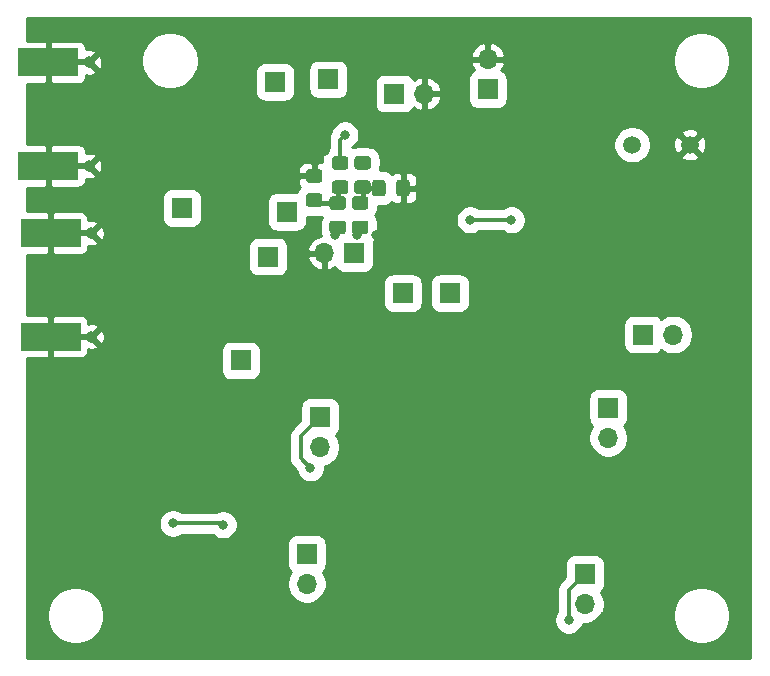
<source format=gbr>
G04 #@! TF.GenerationSoftware,KiCad,Pcbnew,5.1.6-c6e7f7d~86~ubuntu19.10.1*
G04 #@! TF.CreationDate,2021-01-18T20:18:48+01:00*
G04 #@! TF.ProjectId,receiver_test,72656365-6976-4657-925f-746573742e6b,rev?*
G04 #@! TF.SameCoordinates,Original*
G04 #@! TF.FileFunction,Copper,L2,Bot*
G04 #@! TF.FilePolarity,Positive*
%FSLAX46Y46*%
G04 Gerber Fmt 4.6, Leading zero omitted, Abs format (unit mm)*
G04 Created by KiCad (PCBNEW 5.1.6-c6e7f7d~86~ubuntu19.10.1) date 2021-01-18 20:18:48*
%MOMM*%
%LPD*%
G01*
G04 APERTURE LIST*
G04 #@! TA.AperFunction,ComponentPad*
%ADD10O,1.700000X1.700000*%
G04 #@! TD*
G04 #@! TA.AperFunction,ComponentPad*
%ADD11R,1.700000X1.700000*%
G04 #@! TD*
G04 #@! TA.AperFunction,ViaPad*
%ADD12C,0.970000*%
G04 #@! TD*
G04 #@! TA.AperFunction,SMDPad,CuDef*
%ADD13R,5.080000X2.420000*%
G04 #@! TD*
G04 #@! TA.AperFunction,ComponentPad*
%ADD14C,1.500000*%
G04 #@! TD*
G04 #@! TA.AperFunction,ViaPad*
%ADD15C,1.016000*%
G04 #@! TD*
G04 #@! TA.AperFunction,ViaPad*
%ADD16C,0.800000*%
G04 #@! TD*
G04 #@! TA.AperFunction,Conductor*
%ADD17C,0.635000*%
G04 #@! TD*
G04 #@! TA.AperFunction,Conductor*
%ADD18C,0.508000*%
G04 #@! TD*
G04 #@! TA.AperFunction,Conductor*
%ADD19C,0.300000*%
G04 #@! TD*
G04 #@! TA.AperFunction,Conductor*
%ADD20C,0.250000*%
G04 #@! TD*
G04 #@! TA.AperFunction,Conductor*
%ADD21C,0.457200*%
G04 #@! TD*
G04 #@! TA.AperFunction,Conductor*
%ADD22C,0.254000*%
G04 #@! TD*
G04 APERTURE END LIST*
D10*
X83120000Y-125000000D03*
D11*
X83120000Y-122460000D03*
D10*
X59580000Y-123300000D03*
D11*
X59580000Y-120760000D03*
G04 #@! TA.AperFunction,SMDPad,CuDef*
G36*
G01*
X66250000Y-89349999D02*
X66250000Y-90250001D01*
G75*
G02*
X66000001Y-90500000I-249999J0D01*
G01*
X65349999Y-90500000D01*
G75*
G02*
X65100000Y-90250001I0J249999D01*
G01*
X65100000Y-89349999D01*
G75*
G02*
X65349999Y-89100000I249999J0D01*
G01*
X66000001Y-89100000D01*
G75*
G02*
X66250000Y-89349999I0J-249999D01*
G01*
G37*
G04 #@! TD.AperFunction*
G04 #@! TA.AperFunction,SMDPad,CuDef*
G36*
G01*
X68300000Y-89349999D02*
X68300000Y-90250001D01*
G75*
G02*
X68050001Y-90500000I-249999J0D01*
G01*
X67399999Y-90500000D01*
G75*
G02*
X67150000Y-90250001I0J249999D01*
G01*
X67150000Y-89349999D01*
G75*
G02*
X67399999Y-89100000I249999J0D01*
G01*
X68050001Y-89100000D01*
G75*
G02*
X68300000Y-89349999I0J-249999D01*
G01*
G37*
G04 #@! TD.AperFunction*
G04 #@! TA.AperFunction,SMDPad,CuDef*
G36*
G01*
X64550001Y-91650000D02*
X63649999Y-91650000D01*
G75*
G02*
X63400000Y-91400001I0J249999D01*
G01*
X63400000Y-90749999D01*
G75*
G02*
X63649999Y-90500000I249999J0D01*
G01*
X64550001Y-90500000D01*
G75*
G02*
X64800000Y-90749999I0J-249999D01*
G01*
X64800000Y-91400001D01*
G75*
G02*
X64550001Y-91650000I-249999J0D01*
G01*
G37*
G04 #@! TD.AperFunction*
G04 #@! TA.AperFunction,SMDPad,CuDef*
G36*
G01*
X64550001Y-93700000D02*
X63649999Y-93700000D01*
G75*
G02*
X63400000Y-93450001I0J249999D01*
G01*
X63400000Y-92799999D01*
G75*
G02*
X63649999Y-92550000I249999J0D01*
G01*
X64550001Y-92550000D01*
G75*
G02*
X64800000Y-92799999I0J-249999D01*
G01*
X64800000Y-93450001D01*
G75*
G02*
X64550001Y-93700000I-249999J0D01*
G01*
G37*
G04 #@! TD.AperFunction*
G04 #@! TA.AperFunction,SMDPad,CuDef*
G36*
G01*
X64750001Y-88250000D02*
X63849999Y-88250000D01*
G75*
G02*
X63600000Y-88000001I0J249999D01*
G01*
X63600000Y-87349999D01*
G75*
G02*
X63849999Y-87100000I249999J0D01*
G01*
X64750001Y-87100000D01*
G75*
G02*
X65000000Y-87349999I0J-249999D01*
G01*
X65000000Y-88000001D01*
G75*
G02*
X64750001Y-88250000I-249999J0D01*
G01*
G37*
G04 #@! TD.AperFunction*
G04 #@! TA.AperFunction,SMDPad,CuDef*
G36*
G01*
X64750001Y-90300000D02*
X63849999Y-90300000D01*
G75*
G02*
X63600000Y-90050001I0J249999D01*
G01*
X63600000Y-89399999D01*
G75*
G02*
X63849999Y-89150000I249999J0D01*
G01*
X64750001Y-89150000D01*
G75*
G02*
X65000000Y-89399999I0J-249999D01*
G01*
X65000000Y-90050001D01*
G75*
G02*
X64750001Y-90300000I-249999J0D01*
G01*
G37*
G04 #@! TD.AperFunction*
G04 #@! TA.AperFunction,SMDPad,CuDef*
G36*
G01*
X59749999Y-90250000D02*
X60650001Y-90250000D01*
G75*
G02*
X60900000Y-90499999I0J-249999D01*
G01*
X60900000Y-91150001D01*
G75*
G02*
X60650001Y-91400000I-249999J0D01*
G01*
X59749999Y-91400000D01*
G75*
G02*
X59500000Y-91150001I0J249999D01*
G01*
X59500000Y-90499999D01*
G75*
G02*
X59749999Y-90250000I249999J0D01*
G01*
G37*
G04 #@! TD.AperFunction*
G04 #@! TA.AperFunction,SMDPad,CuDef*
G36*
G01*
X59749999Y-88200000D02*
X60650001Y-88200000D01*
G75*
G02*
X60900000Y-88449999I0J-249999D01*
G01*
X60900000Y-89100001D01*
G75*
G02*
X60650001Y-89350000I-249999J0D01*
G01*
X59749999Y-89350000D01*
G75*
G02*
X59500000Y-89100001I0J249999D01*
G01*
X59500000Y-88449999D01*
G75*
G02*
X59749999Y-88200000I249999J0D01*
G01*
G37*
G04 #@! TD.AperFunction*
G04 #@! TA.AperFunction,SMDPad,CuDef*
G36*
G01*
X62650001Y-91650000D02*
X61749999Y-91650000D01*
G75*
G02*
X61500000Y-91400001I0J249999D01*
G01*
X61500000Y-90749999D01*
G75*
G02*
X61749999Y-90500000I249999J0D01*
G01*
X62650001Y-90500000D01*
G75*
G02*
X62900000Y-90749999I0J-249999D01*
G01*
X62900000Y-91400001D01*
G75*
G02*
X62650001Y-91650000I-249999J0D01*
G01*
G37*
G04 #@! TD.AperFunction*
G04 #@! TA.AperFunction,SMDPad,CuDef*
G36*
G01*
X62650001Y-93700000D02*
X61749999Y-93700000D01*
G75*
G02*
X61500000Y-93450001I0J249999D01*
G01*
X61500000Y-92799999D01*
G75*
G02*
X61749999Y-92550000I249999J0D01*
G01*
X62650001Y-92550000D01*
G75*
G02*
X62900000Y-92799999I0J-249999D01*
G01*
X62900000Y-93450001D01*
G75*
G02*
X62650001Y-93700000I-249999J0D01*
G01*
G37*
G04 #@! TD.AperFunction*
G04 #@! TA.AperFunction,SMDPad,CuDef*
G36*
G01*
X62850001Y-88250000D02*
X61949999Y-88250000D01*
G75*
G02*
X61700000Y-88000001I0J249999D01*
G01*
X61700000Y-87349999D01*
G75*
G02*
X61949999Y-87100000I249999J0D01*
G01*
X62850001Y-87100000D01*
G75*
G02*
X63100000Y-87349999I0J-249999D01*
G01*
X63100000Y-88000001D01*
G75*
G02*
X62850001Y-88250000I-249999J0D01*
G01*
G37*
G04 #@! TD.AperFunction*
G04 #@! TA.AperFunction,SMDPad,CuDef*
G36*
G01*
X62850001Y-90300000D02*
X61949999Y-90300000D01*
G75*
G02*
X61700000Y-90050001I0J249999D01*
G01*
X61700000Y-89399999D01*
G75*
G02*
X61949999Y-89150000I249999J0D01*
G01*
X62850001Y-89150000D01*
G75*
G02*
X63100000Y-89399999I0J-249999D01*
G01*
X63100000Y-90050001D01*
G75*
G02*
X62850001Y-90300000I-249999J0D01*
G01*
G37*
G04 #@! TD.AperFunction*
D12*
X41340000Y-102380000D03*
X41340000Y-93620000D03*
D13*
X37900000Y-102380000D03*
X37900000Y-93620000D03*
D12*
X41136000Y-87916000D03*
X41136000Y-79156000D03*
D13*
X37696000Y-87916000D03*
X37696000Y-79156000D03*
D14*
X92000000Y-86130000D03*
X87120000Y-86130000D03*
D15*
X53523000Y-100810000D03*
X45141000Y-98270000D03*
X45141000Y-95730000D03*
X49332000Y-100810000D03*
X49332000Y-99540000D03*
X49332000Y-98270000D03*
X49332000Y-97000000D03*
X49332000Y-95730000D03*
D10*
X60720000Y-111720000D03*
D11*
X60720000Y-109180000D03*
X67700000Y-98700000D03*
D10*
X85100000Y-110940000D03*
D11*
X85100000Y-108400000D03*
D10*
X90600000Y-102200000D03*
D11*
X88060000Y-102200000D03*
X54000000Y-104400000D03*
X56300000Y-95600000D03*
X71700000Y-98700000D03*
X49000000Y-91500000D03*
X57900000Y-91800000D03*
X61400000Y-80600000D03*
X56900000Y-80800000D03*
D10*
X74900000Y-78900000D03*
D11*
X74900000Y-81440000D03*
D10*
X69540000Y-81800000D03*
D11*
X67000000Y-81800000D03*
D10*
X61060000Y-95300000D03*
D11*
X63600000Y-95300000D03*
D16*
X88390000Y-94320000D03*
X72700000Y-125130000D03*
X65050000Y-78710000D03*
X80550000Y-80640000D03*
X85780000Y-78450000D03*
X83450000Y-89490000D03*
X78050000Y-121140000D03*
X46830000Y-121290000D03*
X44770000Y-121290000D03*
X52260000Y-129070000D03*
X54360000Y-129070000D03*
X61550000Y-128010000D03*
X49660000Y-110460000D03*
X66075000Y-88025000D03*
X69200000Y-87600000D03*
X61100000Y-86700000D03*
X43500000Y-88200000D03*
X46701000Y-88199000D03*
X51800000Y-88200000D03*
X57100000Y-88200000D03*
X65431898Y-93754972D03*
X58000000Y-104800000D03*
X65400000Y-104200000D03*
X70200000Y-90900000D03*
X76200000Y-90600000D03*
X76200000Y-88600000D03*
X72600000Y-94400000D03*
X72900000Y-96100000D03*
X74000000Y-98900000D03*
X70900000Y-104000000D03*
X81300000Y-89500000D03*
X81750000Y-126380000D03*
X59890000Y-113500000D03*
X63800000Y-93800000D03*
X62000000Y-93800000D03*
X62806330Y-85293664D03*
X64199574Y-87788664D03*
X76900000Y-92500000D03*
X73400000Y-92500000D03*
X48270000Y-118200000D03*
X52490000Y-118300000D03*
D17*
X65431898Y-93754972D02*
X66645028Y-93754972D01*
X66645028Y-93754972D02*
X67400000Y-93000000D01*
D18*
X37696000Y-79156000D02*
X41136000Y-79156000D01*
X37696000Y-87916000D02*
X41136000Y-87916000D01*
X37900000Y-93620000D02*
X41340000Y-93620000D01*
X37900000Y-102380000D02*
X41340000Y-102380000D01*
D19*
X83120000Y-122460000D02*
X82120000Y-123460000D01*
X82120000Y-123460000D02*
X81750000Y-123830000D01*
X81750000Y-126380000D02*
X81750000Y-123830000D01*
X59070000Y-112680000D02*
X59890000Y-113500000D01*
X59070000Y-110830000D02*
X60720000Y-109180000D01*
X59070000Y-112680000D02*
X59070000Y-110830000D01*
D20*
X63800000Y-93400000D02*
X64100000Y-93100000D01*
X63800000Y-93800000D02*
X63800000Y-93400000D01*
X62000000Y-93300000D02*
X62200000Y-93100000D01*
X62000000Y-93800000D02*
X62000000Y-93300000D01*
D19*
X62400000Y-87700000D02*
X62400000Y-85699994D01*
X62400000Y-85699994D02*
X62806330Y-85293664D01*
X76900000Y-92500000D02*
X73400000Y-92500000D01*
X52390000Y-118200000D02*
X52490000Y-118300000D01*
X48270000Y-118200000D02*
X52390000Y-118200000D01*
D21*
X64400000Y-89800000D02*
X64300000Y-89700000D01*
X65700000Y-89800000D02*
X64400000Y-89800000D01*
X64300000Y-90900000D02*
X64100000Y-91100000D01*
X64300000Y-89700000D02*
X64300000Y-90900000D01*
X62200000Y-89900000D02*
X62400000Y-89700000D01*
X62200000Y-91100000D02*
X62200000Y-89900000D01*
X60500000Y-91100000D02*
X60200000Y-90800000D01*
X62200000Y-91100000D02*
X60500000Y-91100000D01*
D22*
G36*
X97123001Y-129623000D02*
G01*
X35877000Y-129623000D01*
X35877000Y-125760961D01*
X37573000Y-125760961D01*
X37573000Y-126239039D01*
X37666268Y-126707930D01*
X37849221Y-127149615D01*
X38114826Y-127547122D01*
X38452878Y-127885174D01*
X38850385Y-128150779D01*
X39292070Y-128333732D01*
X39760961Y-128427000D01*
X40239039Y-128427000D01*
X40707930Y-128333732D01*
X41149615Y-128150779D01*
X41547122Y-127885174D01*
X41885174Y-127547122D01*
X42150779Y-127149615D01*
X42333732Y-126707930D01*
X42422999Y-126259151D01*
X80523000Y-126259151D01*
X80523000Y-126500849D01*
X80570153Y-126737903D01*
X80662647Y-126961202D01*
X80796927Y-127162167D01*
X80967833Y-127333073D01*
X81168798Y-127467353D01*
X81392097Y-127559847D01*
X81629151Y-127607000D01*
X81870849Y-127607000D01*
X82107903Y-127559847D01*
X82331202Y-127467353D01*
X82532167Y-127333073D01*
X82703073Y-127162167D01*
X82837353Y-126961202D01*
X82929847Y-126737903D01*
X82942451Y-126674538D01*
X82954830Y-126677000D01*
X83285170Y-126677000D01*
X83609163Y-126612554D01*
X83914357Y-126486138D01*
X84189025Y-126302611D01*
X84422611Y-126069025D01*
X84606138Y-125794357D01*
X84619971Y-125760961D01*
X90573000Y-125760961D01*
X90573000Y-126239039D01*
X90666268Y-126707930D01*
X90849221Y-127149615D01*
X91114826Y-127547122D01*
X91452878Y-127885174D01*
X91850385Y-128150779D01*
X92292070Y-128333732D01*
X92760961Y-128427000D01*
X93239039Y-128427000D01*
X93707930Y-128333732D01*
X94149615Y-128150779D01*
X94547122Y-127885174D01*
X94885174Y-127547122D01*
X95150779Y-127149615D01*
X95333732Y-126707930D01*
X95427000Y-126239039D01*
X95427000Y-125760961D01*
X95333732Y-125292070D01*
X95150779Y-124850385D01*
X94885174Y-124452878D01*
X94547122Y-124114826D01*
X94149615Y-123849221D01*
X93707930Y-123666268D01*
X93239039Y-123573000D01*
X92760961Y-123573000D01*
X92292070Y-123666268D01*
X91850385Y-123849221D01*
X91452878Y-124114826D01*
X91114826Y-124452878D01*
X90849221Y-124850385D01*
X90666268Y-125292070D01*
X90573000Y-125760961D01*
X84619971Y-125760961D01*
X84732554Y-125489163D01*
X84797000Y-125165170D01*
X84797000Y-124834830D01*
X84732554Y-124510837D01*
X84606138Y-124205643D01*
X84456020Y-123980976D01*
X84557606Y-123897606D01*
X84660952Y-123771679D01*
X84737745Y-123628010D01*
X84785034Y-123472120D01*
X84801001Y-123310000D01*
X84801001Y-121610000D01*
X84785034Y-121447880D01*
X84737745Y-121291990D01*
X84660952Y-121148321D01*
X84557606Y-121022394D01*
X84431679Y-120919048D01*
X84288010Y-120842255D01*
X84132120Y-120794966D01*
X83970000Y-120778999D01*
X82270000Y-120778999D01*
X82107880Y-120794966D01*
X81951990Y-120842255D01*
X81808321Y-120919048D01*
X81682394Y-121022394D01*
X81579048Y-121148321D01*
X81502255Y-121291990D01*
X81454966Y-121447880D01*
X81438999Y-121610000D01*
X81438999Y-122759315D01*
X81093093Y-123105221D01*
X81055815Y-123135814D01*
X81025222Y-123173092D01*
X81025221Y-123173093D01*
X80933725Y-123284582D01*
X80843003Y-123454310D01*
X80787137Y-123638475D01*
X80768273Y-123830000D01*
X80773001Y-123878003D01*
X80773000Y-125633642D01*
X80662647Y-125798798D01*
X80570153Y-126022097D01*
X80523000Y-126259151D01*
X42422999Y-126259151D01*
X42427000Y-126239039D01*
X42427000Y-125760961D01*
X42333732Y-125292070D01*
X42150779Y-124850385D01*
X41885174Y-124452878D01*
X41547122Y-124114826D01*
X41149615Y-123849221D01*
X40707930Y-123666268D01*
X40239039Y-123573000D01*
X39760961Y-123573000D01*
X39292070Y-123666268D01*
X38850385Y-123849221D01*
X38452878Y-124114826D01*
X38114826Y-124452878D01*
X37849221Y-124850385D01*
X37666268Y-125292070D01*
X37573000Y-125760961D01*
X35877000Y-125760961D01*
X35877000Y-119910000D01*
X57898999Y-119910000D01*
X57898999Y-121610000D01*
X57914966Y-121772120D01*
X57962255Y-121928010D01*
X58039048Y-122071679D01*
X58142394Y-122197606D01*
X58243980Y-122280976D01*
X58093862Y-122505643D01*
X57967446Y-122810837D01*
X57903000Y-123134830D01*
X57903000Y-123465170D01*
X57967446Y-123789163D01*
X58093862Y-124094357D01*
X58277389Y-124369025D01*
X58510975Y-124602611D01*
X58785643Y-124786138D01*
X59090837Y-124912554D01*
X59414830Y-124977000D01*
X59745170Y-124977000D01*
X60069163Y-124912554D01*
X60374357Y-124786138D01*
X60649025Y-124602611D01*
X60882611Y-124369025D01*
X61066138Y-124094357D01*
X61192554Y-123789163D01*
X61257000Y-123465170D01*
X61257000Y-123134830D01*
X61192554Y-122810837D01*
X61066138Y-122505643D01*
X60916020Y-122280976D01*
X61017606Y-122197606D01*
X61120952Y-122071679D01*
X61197745Y-121928010D01*
X61245034Y-121772120D01*
X61261001Y-121610000D01*
X61261001Y-119910000D01*
X61245034Y-119747880D01*
X61197745Y-119591990D01*
X61120952Y-119448321D01*
X61017606Y-119322394D01*
X60891679Y-119219048D01*
X60748010Y-119142255D01*
X60592120Y-119094966D01*
X60430000Y-119078999D01*
X58730000Y-119078999D01*
X58567880Y-119094966D01*
X58411990Y-119142255D01*
X58268321Y-119219048D01*
X58142394Y-119322394D01*
X58039048Y-119448321D01*
X57962255Y-119591990D01*
X57914966Y-119747880D01*
X57898999Y-119910000D01*
X35877000Y-119910000D01*
X35877000Y-118079151D01*
X47043000Y-118079151D01*
X47043000Y-118320849D01*
X47090153Y-118557903D01*
X47182647Y-118781202D01*
X47316927Y-118982167D01*
X47487833Y-119153073D01*
X47688798Y-119287353D01*
X47912097Y-119379847D01*
X48149151Y-119427000D01*
X48390849Y-119427000D01*
X48627903Y-119379847D01*
X48851202Y-119287353D01*
X49016358Y-119177000D01*
X51631760Y-119177000D01*
X51707833Y-119253073D01*
X51908798Y-119387353D01*
X52132097Y-119479847D01*
X52369151Y-119527000D01*
X52610849Y-119527000D01*
X52847903Y-119479847D01*
X53071202Y-119387353D01*
X53272167Y-119253073D01*
X53443073Y-119082167D01*
X53577353Y-118881202D01*
X53669847Y-118657903D01*
X53717000Y-118420849D01*
X53717000Y-118179151D01*
X53669847Y-117942097D01*
X53577353Y-117718798D01*
X53443073Y-117517833D01*
X53272167Y-117346927D01*
X53071202Y-117212647D01*
X52847903Y-117120153D01*
X52610849Y-117073000D01*
X52369151Y-117073000D01*
X52132097Y-117120153D01*
X51908798Y-117212647D01*
X51893304Y-117223000D01*
X49016358Y-117223000D01*
X48851202Y-117112647D01*
X48627903Y-117020153D01*
X48390849Y-116973000D01*
X48149151Y-116973000D01*
X47912097Y-117020153D01*
X47688798Y-117112647D01*
X47487833Y-117246927D01*
X47316927Y-117417833D01*
X47182647Y-117618798D01*
X47090153Y-117842097D01*
X47043000Y-118079151D01*
X35877000Y-118079151D01*
X35877000Y-110830000D01*
X58088273Y-110830000D01*
X58093001Y-110878003D01*
X58093000Y-112632007D01*
X58088273Y-112680000D01*
X58093000Y-112727992D01*
X58107137Y-112871524D01*
X58163003Y-113055690D01*
X58253724Y-113225418D01*
X58375814Y-113374186D01*
X58413098Y-113404784D01*
X58671402Y-113663088D01*
X58710153Y-113857903D01*
X58802647Y-114081202D01*
X58936927Y-114282167D01*
X59107833Y-114453073D01*
X59308798Y-114587353D01*
X59532097Y-114679847D01*
X59769151Y-114727000D01*
X60010849Y-114727000D01*
X60247903Y-114679847D01*
X60471202Y-114587353D01*
X60672167Y-114453073D01*
X60843073Y-114282167D01*
X60977353Y-114081202D01*
X61069847Y-113857903D01*
X61117000Y-113620849D01*
X61117000Y-113379151D01*
X61111592Y-113351962D01*
X61209163Y-113332554D01*
X61514357Y-113206138D01*
X61789025Y-113022611D01*
X62022611Y-112789025D01*
X62206138Y-112514357D01*
X62332554Y-112209163D01*
X62397000Y-111885170D01*
X62397000Y-111554830D01*
X62332554Y-111230837D01*
X62206138Y-110925643D01*
X62056020Y-110700976D01*
X62157606Y-110617606D01*
X62260952Y-110491679D01*
X62337745Y-110348010D01*
X62385034Y-110192120D01*
X62401001Y-110030000D01*
X62401001Y-108330000D01*
X62385034Y-108167880D01*
X62337745Y-108011990D01*
X62260952Y-107868321D01*
X62157606Y-107742394D01*
X62031679Y-107639048D01*
X61888010Y-107562255D01*
X61847611Y-107550000D01*
X83418999Y-107550000D01*
X83418999Y-109250000D01*
X83434966Y-109412120D01*
X83482255Y-109568010D01*
X83559048Y-109711679D01*
X83662394Y-109837606D01*
X83763980Y-109920976D01*
X83613862Y-110145643D01*
X83487446Y-110450837D01*
X83423000Y-110774830D01*
X83423000Y-111105170D01*
X83487446Y-111429163D01*
X83613862Y-111734357D01*
X83797389Y-112009025D01*
X84030975Y-112242611D01*
X84305643Y-112426138D01*
X84610837Y-112552554D01*
X84934830Y-112617000D01*
X85265170Y-112617000D01*
X85589163Y-112552554D01*
X85894357Y-112426138D01*
X86169025Y-112242611D01*
X86402611Y-112009025D01*
X86586138Y-111734357D01*
X86712554Y-111429163D01*
X86777000Y-111105170D01*
X86777000Y-110774830D01*
X86712554Y-110450837D01*
X86586138Y-110145643D01*
X86436020Y-109920976D01*
X86537606Y-109837606D01*
X86640952Y-109711679D01*
X86717745Y-109568010D01*
X86765034Y-109412120D01*
X86781001Y-109250000D01*
X86781001Y-107550000D01*
X86765034Y-107387880D01*
X86717745Y-107231990D01*
X86640952Y-107088321D01*
X86537606Y-106962394D01*
X86411679Y-106859048D01*
X86268010Y-106782255D01*
X86112120Y-106734966D01*
X85950000Y-106718999D01*
X84250000Y-106718999D01*
X84087880Y-106734966D01*
X83931990Y-106782255D01*
X83788321Y-106859048D01*
X83662394Y-106962394D01*
X83559048Y-107088321D01*
X83482255Y-107231990D01*
X83434966Y-107387880D01*
X83418999Y-107550000D01*
X61847611Y-107550000D01*
X61732120Y-107514966D01*
X61570000Y-107498999D01*
X59870000Y-107498999D01*
X59707880Y-107514966D01*
X59551990Y-107562255D01*
X59408321Y-107639048D01*
X59282394Y-107742394D01*
X59179048Y-107868321D01*
X59102255Y-108011990D01*
X59054966Y-108167880D01*
X59038999Y-108330000D01*
X59038999Y-109479315D01*
X58413093Y-110105221D01*
X58375815Y-110135814D01*
X58345222Y-110173092D01*
X58345221Y-110173093D01*
X58253725Y-110284582D01*
X58163003Y-110454310D01*
X58107137Y-110638475D01*
X58088273Y-110830000D01*
X35877000Y-110830000D01*
X35877000Y-104227367D01*
X37614250Y-104225000D01*
X37773000Y-104066250D01*
X37773000Y-102507000D01*
X37753000Y-102507000D01*
X37753000Y-102253000D01*
X37773000Y-102253000D01*
X37773000Y-100693750D01*
X38027000Y-100693750D01*
X38027000Y-102253000D01*
X38047000Y-102253000D01*
X38047000Y-102507000D01*
X38027000Y-102507000D01*
X38027000Y-104066250D01*
X38185750Y-104225000D01*
X40440000Y-104228072D01*
X40564482Y-104215812D01*
X40684180Y-104179502D01*
X40794494Y-104120537D01*
X40891185Y-104041185D01*
X40970537Y-103944494D01*
X41029502Y-103834180D01*
X41065812Y-103714482D01*
X41078072Y-103590000D01*
X41077940Y-103550000D01*
X52318999Y-103550000D01*
X52318999Y-105250000D01*
X52334966Y-105412120D01*
X52382255Y-105568010D01*
X52459048Y-105711679D01*
X52562394Y-105837606D01*
X52688321Y-105940952D01*
X52831990Y-106017745D01*
X52987880Y-106065034D01*
X53150000Y-106081001D01*
X54850000Y-106081001D01*
X55012120Y-106065034D01*
X55168010Y-106017745D01*
X55311679Y-105940952D01*
X55437606Y-105837606D01*
X55540952Y-105711679D01*
X55617745Y-105568010D01*
X55665034Y-105412120D01*
X55681001Y-105250000D01*
X55681001Y-103550000D01*
X55665034Y-103387880D01*
X55617745Y-103231990D01*
X55540952Y-103088321D01*
X55437606Y-102962394D01*
X55311679Y-102859048D01*
X55168010Y-102782255D01*
X55012120Y-102734966D01*
X54850000Y-102718999D01*
X53150000Y-102718999D01*
X52987880Y-102734966D01*
X52831990Y-102782255D01*
X52688321Y-102859048D01*
X52562394Y-102962394D01*
X52459048Y-103088321D01*
X52382255Y-103231990D01*
X52334966Y-103387880D01*
X52318999Y-103550000D01*
X41077940Y-103550000D01*
X41077670Y-103468986D01*
X41202445Y-103496981D01*
X41423001Y-103502355D01*
X41640367Y-103464596D01*
X41846189Y-103385158D01*
X41894534Y-103359316D01*
X41927811Y-103147416D01*
X41340000Y-102559605D01*
X41325858Y-102573748D01*
X41146253Y-102394143D01*
X41160395Y-102380000D01*
X41519605Y-102380000D01*
X42107416Y-102967811D01*
X42319316Y-102934534D01*
X42408683Y-102732824D01*
X42456981Y-102517555D01*
X42462355Y-102296999D01*
X42424596Y-102079633D01*
X42345158Y-101873811D01*
X42319316Y-101825466D01*
X42107416Y-101792189D01*
X41519605Y-102380000D01*
X41160395Y-102380000D01*
X41146253Y-102365858D01*
X41325858Y-102186253D01*
X41340000Y-102200395D01*
X41927811Y-101612584D01*
X41894534Y-101400684D01*
X41780136Y-101350000D01*
X86378999Y-101350000D01*
X86378999Y-103050000D01*
X86394966Y-103212120D01*
X86442255Y-103368010D01*
X86519048Y-103511679D01*
X86622394Y-103637606D01*
X86748321Y-103740952D01*
X86891990Y-103817745D01*
X87047880Y-103865034D01*
X87210000Y-103881001D01*
X88910000Y-103881001D01*
X89072120Y-103865034D01*
X89228010Y-103817745D01*
X89371679Y-103740952D01*
X89497606Y-103637606D01*
X89580976Y-103536020D01*
X89805643Y-103686138D01*
X90110837Y-103812554D01*
X90434830Y-103877000D01*
X90765170Y-103877000D01*
X91089163Y-103812554D01*
X91394357Y-103686138D01*
X91669025Y-103502611D01*
X91902611Y-103269025D01*
X92086138Y-102994357D01*
X92212554Y-102689163D01*
X92277000Y-102365170D01*
X92277000Y-102034830D01*
X92212554Y-101710837D01*
X92086138Y-101405643D01*
X91902611Y-101130975D01*
X91669025Y-100897389D01*
X91394357Y-100713862D01*
X91089163Y-100587446D01*
X90765170Y-100523000D01*
X90434830Y-100523000D01*
X90110837Y-100587446D01*
X89805643Y-100713862D01*
X89580976Y-100863980D01*
X89497606Y-100762394D01*
X89371679Y-100659048D01*
X89228010Y-100582255D01*
X89072120Y-100534966D01*
X88910000Y-100518999D01*
X87210000Y-100518999D01*
X87047880Y-100534966D01*
X86891990Y-100582255D01*
X86748321Y-100659048D01*
X86622394Y-100762394D01*
X86519048Y-100888321D01*
X86442255Y-101031990D01*
X86394966Y-101187880D01*
X86378999Y-101350000D01*
X41780136Y-101350000D01*
X41692824Y-101311317D01*
X41477555Y-101263019D01*
X41256999Y-101257645D01*
X41077677Y-101288795D01*
X41078072Y-101170000D01*
X41065812Y-101045518D01*
X41029502Y-100925820D01*
X40970537Y-100815506D01*
X40891185Y-100718815D01*
X40794494Y-100639463D01*
X40684180Y-100580498D01*
X40564482Y-100544188D01*
X40440000Y-100531928D01*
X38185750Y-100535000D01*
X38027000Y-100693750D01*
X37773000Y-100693750D01*
X37614250Y-100535000D01*
X35877000Y-100532633D01*
X35877000Y-97850000D01*
X66018999Y-97850000D01*
X66018999Y-99550000D01*
X66034966Y-99712120D01*
X66082255Y-99868010D01*
X66159048Y-100011679D01*
X66262394Y-100137606D01*
X66388321Y-100240952D01*
X66531990Y-100317745D01*
X66687880Y-100365034D01*
X66850000Y-100381001D01*
X68550000Y-100381001D01*
X68712120Y-100365034D01*
X68868010Y-100317745D01*
X69011679Y-100240952D01*
X69137606Y-100137606D01*
X69240952Y-100011679D01*
X69317745Y-99868010D01*
X69365034Y-99712120D01*
X69381001Y-99550000D01*
X69381001Y-97850000D01*
X70018999Y-97850000D01*
X70018999Y-99550000D01*
X70034966Y-99712120D01*
X70082255Y-99868010D01*
X70159048Y-100011679D01*
X70262394Y-100137606D01*
X70388321Y-100240952D01*
X70531990Y-100317745D01*
X70687880Y-100365034D01*
X70850000Y-100381001D01*
X72550000Y-100381001D01*
X72712120Y-100365034D01*
X72868010Y-100317745D01*
X73011679Y-100240952D01*
X73137606Y-100137606D01*
X73240952Y-100011679D01*
X73317745Y-99868010D01*
X73365034Y-99712120D01*
X73381001Y-99550000D01*
X73381001Y-97850000D01*
X73365034Y-97687880D01*
X73317745Y-97531990D01*
X73240952Y-97388321D01*
X73137606Y-97262394D01*
X73011679Y-97159048D01*
X72868010Y-97082255D01*
X72712120Y-97034966D01*
X72550000Y-97018999D01*
X70850000Y-97018999D01*
X70687880Y-97034966D01*
X70531990Y-97082255D01*
X70388321Y-97159048D01*
X70262394Y-97262394D01*
X70159048Y-97388321D01*
X70082255Y-97531990D01*
X70034966Y-97687880D01*
X70018999Y-97850000D01*
X69381001Y-97850000D01*
X69365034Y-97687880D01*
X69317745Y-97531990D01*
X69240952Y-97388321D01*
X69137606Y-97262394D01*
X69011679Y-97159048D01*
X68868010Y-97082255D01*
X68712120Y-97034966D01*
X68550000Y-97018999D01*
X66850000Y-97018999D01*
X66687880Y-97034966D01*
X66531990Y-97082255D01*
X66388321Y-97159048D01*
X66262394Y-97262394D01*
X66159048Y-97388321D01*
X66082255Y-97531990D01*
X66034966Y-97687880D01*
X66018999Y-97850000D01*
X35877000Y-97850000D01*
X35877000Y-95467367D01*
X37614250Y-95465000D01*
X37773000Y-95306250D01*
X37773000Y-93747000D01*
X37753000Y-93747000D01*
X37753000Y-93493000D01*
X37773000Y-93493000D01*
X37773000Y-91933750D01*
X38027000Y-91933750D01*
X38027000Y-93493000D01*
X38047000Y-93493000D01*
X38047000Y-93747000D01*
X38027000Y-93747000D01*
X38027000Y-95306250D01*
X38185750Y-95465000D01*
X40440000Y-95468072D01*
X40564482Y-95455812D01*
X40684180Y-95419502D01*
X40794494Y-95360537D01*
X40891185Y-95281185D01*
X40970537Y-95184494D01*
X41029502Y-95074180D01*
X41065812Y-94954482D01*
X41078072Y-94830000D01*
X41077807Y-94750000D01*
X54618999Y-94750000D01*
X54618999Y-96450000D01*
X54634966Y-96612120D01*
X54682255Y-96768010D01*
X54759048Y-96911679D01*
X54862394Y-97037606D01*
X54988321Y-97140952D01*
X55131990Y-97217745D01*
X55287880Y-97265034D01*
X55450000Y-97281001D01*
X57150000Y-97281001D01*
X57312120Y-97265034D01*
X57468010Y-97217745D01*
X57611679Y-97140952D01*
X57737606Y-97037606D01*
X57840952Y-96911679D01*
X57917745Y-96768010D01*
X57965034Y-96612120D01*
X57981001Y-96450000D01*
X57981001Y-95656891D01*
X59618519Y-95656891D01*
X59715843Y-95931252D01*
X59864822Y-96181355D01*
X60059731Y-96397588D01*
X60293080Y-96571641D01*
X60555901Y-96696825D01*
X60703110Y-96741476D01*
X60933000Y-96620155D01*
X60933000Y-95427000D01*
X59739186Y-95427000D01*
X59618519Y-95656891D01*
X57981001Y-95656891D01*
X57981001Y-94750000D01*
X57965034Y-94587880D01*
X57917745Y-94431990D01*
X57840952Y-94288321D01*
X57737606Y-94162394D01*
X57611679Y-94059048D01*
X57468010Y-93982255D01*
X57312120Y-93934966D01*
X57150000Y-93918999D01*
X55450000Y-93918999D01*
X55287880Y-93934966D01*
X55131990Y-93982255D01*
X54988321Y-94059048D01*
X54862394Y-94162394D01*
X54759048Y-94288321D01*
X54682255Y-94431990D01*
X54634966Y-94587880D01*
X54618999Y-94750000D01*
X41077807Y-94750000D01*
X41077670Y-94708986D01*
X41202445Y-94736981D01*
X41423001Y-94742355D01*
X41640367Y-94704596D01*
X41846189Y-94625158D01*
X41894534Y-94599316D01*
X41927811Y-94387416D01*
X41340000Y-93799605D01*
X41325858Y-93813748D01*
X41146253Y-93634143D01*
X41160395Y-93620000D01*
X41519605Y-93620000D01*
X42107416Y-94207811D01*
X42319316Y-94174534D01*
X42408683Y-93972824D01*
X42456981Y-93757555D01*
X42462355Y-93536999D01*
X42424596Y-93319633D01*
X42345158Y-93113811D01*
X42319316Y-93065466D01*
X42107416Y-93032189D01*
X41519605Y-93620000D01*
X41160395Y-93620000D01*
X41146253Y-93605858D01*
X41325858Y-93426253D01*
X41340000Y-93440395D01*
X41927811Y-92852584D01*
X41894534Y-92640684D01*
X41692824Y-92551317D01*
X41477555Y-92503019D01*
X41256999Y-92497645D01*
X41077677Y-92528795D01*
X41078072Y-92410000D01*
X41065812Y-92285518D01*
X41029502Y-92165820D01*
X40970537Y-92055506D01*
X40891185Y-91958815D01*
X40794494Y-91879463D01*
X40684180Y-91820498D01*
X40564482Y-91784188D01*
X40440000Y-91771928D01*
X38185750Y-91775000D01*
X38027000Y-91933750D01*
X37773000Y-91933750D01*
X37614250Y-91775000D01*
X35877000Y-91772633D01*
X35877000Y-90650000D01*
X47318999Y-90650000D01*
X47318999Y-92350000D01*
X47334966Y-92512120D01*
X47382255Y-92668010D01*
X47459048Y-92811679D01*
X47562394Y-92937606D01*
X47688321Y-93040952D01*
X47831990Y-93117745D01*
X47987880Y-93165034D01*
X48150000Y-93181001D01*
X49850000Y-93181001D01*
X50012120Y-93165034D01*
X50168010Y-93117745D01*
X50311679Y-93040952D01*
X50437606Y-92937606D01*
X50540952Y-92811679D01*
X50617745Y-92668010D01*
X50665034Y-92512120D01*
X50681001Y-92350000D01*
X50681001Y-90950000D01*
X56218999Y-90950000D01*
X56218999Y-92650000D01*
X56234966Y-92812120D01*
X56282255Y-92968010D01*
X56359048Y-93111679D01*
X56462394Y-93237606D01*
X56588321Y-93340952D01*
X56731990Y-93417745D01*
X56887880Y-93465034D01*
X57050000Y-93481001D01*
X58750000Y-93481001D01*
X58912120Y-93465034D01*
X59068010Y-93417745D01*
X59211679Y-93340952D01*
X59337606Y-93237606D01*
X59440952Y-93111679D01*
X59517745Y-92968010D01*
X59565034Y-92812120D01*
X59581001Y-92650000D01*
X59581001Y-92214356D01*
X59749999Y-92231001D01*
X60650001Y-92231001D01*
X60844546Y-92211840D01*
X60751285Y-92386318D01*
X60689770Y-92589106D01*
X60668999Y-92799999D01*
X60668999Y-93450001D01*
X60689770Y-93660894D01*
X60751285Y-93863682D01*
X60766373Y-93891910D01*
X60703110Y-93858524D01*
X60555901Y-93903175D01*
X60293080Y-94028359D01*
X60059731Y-94202412D01*
X59864822Y-94418645D01*
X59715843Y-94668748D01*
X59618519Y-94943109D01*
X59739186Y-95173000D01*
X60933000Y-95173000D01*
X60933000Y-95153000D01*
X61187000Y-95153000D01*
X61187000Y-95173000D01*
X61207000Y-95173000D01*
X61207000Y-95427000D01*
X61187000Y-95427000D01*
X61187000Y-96620155D01*
X61416890Y-96741476D01*
X61564099Y-96696825D01*
X61826920Y-96571641D01*
X61979229Y-96458035D01*
X61982255Y-96468010D01*
X62059048Y-96611679D01*
X62162394Y-96737606D01*
X62288321Y-96840952D01*
X62431990Y-96917745D01*
X62587880Y-96965034D01*
X62750000Y-96981001D01*
X64450000Y-96981001D01*
X64612120Y-96965034D01*
X64768010Y-96917745D01*
X64911679Y-96840952D01*
X65037606Y-96737606D01*
X65140952Y-96611679D01*
X65217745Y-96468010D01*
X65265034Y-96312120D01*
X65281001Y-96150000D01*
X65281001Y-94450000D01*
X65265034Y-94287880D01*
X65257020Y-94261460D01*
X65314383Y-94214383D01*
X65448820Y-94050572D01*
X65548715Y-93863682D01*
X65610230Y-93660894D01*
X65631001Y-93450001D01*
X65631001Y-92799999D01*
X65610230Y-92589106D01*
X65548715Y-92386318D01*
X65544885Y-92379151D01*
X72173000Y-92379151D01*
X72173000Y-92620849D01*
X72220153Y-92857903D01*
X72312647Y-93081202D01*
X72446927Y-93282167D01*
X72617833Y-93453073D01*
X72818798Y-93587353D01*
X73042097Y-93679847D01*
X73279151Y-93727000D01*
X73520849Y-93727000D01*
X73757903Y-93679847D01*
X73981202Y-93587353D01*
X74146358Y-93477000D01*
X76153642Y-93477000D01*
X76318798Y-93587353D01*
X76542097Y-93679847D01*
X76779151Y-93727000D01*
X77020849Y-93727000D01*
X77257903Y-93679847D01*
X77481202Y-93587353D01*
X77682167Y-93453073D01*
X77853073Y-93282167D01*
X77987353Y-93081202D01*
X78079847Y-92857903D01*
X78127000Y-92620849D01*
X78127000Y-92379151D01*
X78079847Y-92142097D01*
X77987353Y-91918798D01*
X77853073Y-91717833D01*
X77682167Y-91546927D01*
X77481202Y-91412647D01*
X77257903Y-91320153D01*
X77020849Y-91273000D01*
X76779151Y-91273000D01*
X76542097Y-91320153D01*
X76318798Y-91412647D01*
X76153642Y-91523000D01*
X74146358Y-91523000D01*
X73981202Y-91412647D01*
X73757903Y-91320153D01*
X73520849Y-91273000D01*
X73279151Y-91273000D01*
X73042097Y-91320153D01*
X72818798Y-91412647D01*
X72617833Y-91546927D01*
X72446927Y-91717833D01*
X72312647Y-91918798D01*
X72220153Y-92142097D01*
X72173000Y-92379151D01*
X65544885Y-92379151D01*
X65448820Y-92199428D01*
X65367221Y-92100000D01*
X65448820Y-92000572D01*
X65548715Y-91813682D01*
X65610230Y-91610894D01*
X65631001Y-91400001D01*
X65631001Y-91331001D01*
X66000001Y-91331001D01*
X66210894Y-91310230D01*
X66413682Y-91248715D01*
X66600572Y-91148820D01*
X66764383Y-91014383D01*
X66768987Y-91008773D01*
X66795506Y-91030537D01*
X66905820Y-91089502D01*
X67025518Y-91125812D01*
X67150000Y-91138072D01*
X67439250Y-91135000D01*
X67598000Y-90976250D01*
X67598000Y-89927000D01*
X67852000Y-89927000D01*
X67852000Y-90976250D01*
X68010750Y-91135000D01*
X68300000Y-91138072D01*
X68424482Y-91125812D01*
X68544180Y-91089502D01*
X68654494Y-91030537D01*
X68751185Y-90951185D01*
X68830537Y-90854494D01*
X68889502Y-90744180D01*
X68925812Y-90624482D01*
X68938072Y-90500000D01*
X68935000Y-90085750D01*
X68776250Y-89927000D01*
X67852000Y-89927000D01*
X67598000Y-89927000D01*
X67578000Y-89927000D01*
X67578000Y-89673000D01*
X67598000Y-89673000D01*
X67598000Y-88623750D01*
X67852000Y-88623750D01*
X67852000Y-89673000D01*
X68776250Y-89673000D01*
X68935000Y-89514250D01*
X68938072Y-89100000D01*
X68925812Y-88975518D01*
X68889502Y-88855820D01*
X68830537Y-88745506D01*
X68751185Y-88648815D01*
X68654494Y-88569463D01*
X68544180Y-88510498D01*
X68424482Y-88474188D01*
X68300000Y-88461928D01*
X68010750Y-88465000D01*
X67852000Y-88623750D01*
X67598000Y-88623750D01*
X67439250Y-88465000D01*
X67150000Y-88461928D01*
X67025518Y-88474188D01*
X66905820Y-88510498D01*
X66795506Y-88569463D01*
X66768987Y-88591227D01*
X66764383Y-88585617D01*
X66600572Y-88451180D01*
X66413682Y-88351285D01*
X66210894Y-88289770D01*
X66000001Y-88268999D01*
X65792604Y-88268999D01*
X65810230Y-88210894D01*
X65831001Y-88000001D01*
X65831001Y-87349999D01*
X65810230Y-87139106D01*
X65748715Y-86936318D01*
X65648820Y-86749428D01*
X65514383Y-86585617D01*
X65350572Y-86451180D01*
X65163682Y-86351285D01*
X64960894Y-86289770D01*
X64750001Y-86268999D01*
X63849999Y-86268999D01*
X63639106Y-86289770D01*
X63436318Y-86351285D01*
X63414879Y-86362744D01*
X63588497Y-86246737D01*
X63759403Y-86075831D01*
X63826990Y-85974679D01*
X85543000Y-85974679D01*
X85543000Y-86285321D01*
X85603604Y-86589994D01*
X85722481Y-86876989D01*
X85895064Y-87135279D01*
X86114721Y-87354936D01*
X86373011Y-87527519D01*
X86660006Y-87646396D01*
X86964679Y-87707000D01*
X87275321Y-87707000D01*
X87579994Y-87646396D01*
X87866989Y-87527519D01*
X88125279Y-87354936D01*
X88344936Y-87135279D01*
X88377199Y-87086993D01*
X91222612Y-87086993D01*
X91288137Y-87325860D01*
X91535116Y-87441760D01*
X91799960Y-87507250D01*
X92072492Y-87519812D01*
X92342238Y-87478965D01*
X92598832Y-87386277D01*
X92711863Y-87325860D01*
X92777388Y-87086993D01*
X92000000Y-86309605D01*
X91222612Y-87086993D01*
X88377199Y-87086993D01*
X88517519Y-86876989D01*
X88636396Y-86589994D01*
X88697000Y-86285321D01*
X88697000Y-86202492D01*
X90610188Y-86202492D01*
X90651035Y-86472238D01*
X90743723Y-86728832D01*
X90804140Y-86841863D01*
X91043007Y-86907388D01*
X91820395Y-86130000D01*
X92179605Y-86130000D01*
X92956993Y-86907388D01*
X93195860Y-86841863D01*
X93311760Y-86594884D01*
X93377250Y-86330040D01*
X93389812Y-86057508D01*
X93348965Y-85787762D01*
X93256277Y-85531168D01*
X93195860Y-85418137D01*
X92956993Y-85352612D01*
X92179605Y-86130000D01*
X91820395Y-86130000D01*
X91043007Y-85352612D01*
X90804140Y-85418137D01*
X90688240Y-85665116D01*
X90622750Y-85929960D01*
X90610188Y-86202492D01*
X88697000Y-86202492D01*
X88697000Y-85974679D01*
X88636396Y-85670006D01*
X88517519Y-85383011D01*
X88377200Y-85173007D01*
X91222612Y-85173007D01*
X92000000Y-85950395D01*
X92777388Y-85173007D01*
X92711863Y-84934140D01*
X92464884Y-84818240D01*
X92200040Y-84752750D01*
X91927508Y-84740188D01*
X91657762Y-84781035D01*
X91401168Y-84873723D01*
X91288137Y-84934140D01*
X91222612Y-85173007D01*
X88377200Y-85173007D01*
X88344936Y-85124721D01*
X88125279Y-84905064D01*
X87866989Y-84732481D01*
X87579994Y-84613604D01*
X87275321Y-84553000D01*
X86964679Y-84553000D01*
X86660006Y-84613604D01*
X86373011Y-84732481D01*
X86114721Y-84905064D01*
X85895064Y-85124721D01*
X85722481Y-85383011D01*
X85603604Y-85670006D01*
X85543000Y-85974679D01*
X63826990Y-85974679D01*
X63893683Y-85874866D01*
X63986177Y-85651567D01*
X64033330Y-85414513D01*
X64033330Y-85172815D01*
X63986177Y-84935761D01*
X63893683Y-84712462D01*
X63759403Y-84511497D01*
X63588497Y-84340591D01*
X63387532Y-84206311D01*
X63164233Y-84113817D01*
X62927179Y-84066664D01*
X62685481Y-84066664D01*
X62448427Y-84113817D01*
X62225128Y-84206311D01*
X62024163Y-84340591D01*
X61853257Y-84511497D01*
X61718977Y-84712462D01*
X61626483Y-84935761D01*
X61582503Y-85156862D01*
X61493003Y-85324304D01*
X61437137Y-85508469D01*
X61418273Y-85699994D01*
X61423001Y-85747997D01*
X61423001Y-86411855D01*
X61349428Y-86451180D01*
X61185617Y-86585617D01*
X61051180Y-86749428D01*
X60951285Y-86936318D01*
X60889770Y-87139106D01*
X60868999Y-87349999D01*
X60868999Y-87562158D01*
X60485750Y-87565000D01*
X60327000Y-87723750D01*
X60327000Y-88648000D01*
X60347000Y-88648000D01*
X60347000Y-88902000D01*
X60327000Y-88902000D01*
X60327000Y-88922000D01*
X60073000Y-88922000D01*
X60073000Y-88902000D01*
X59023750Y-88902000D01*
X58865000Y-89060750D01*
X58861928Y-89350000D01*
X58874188Y-89474482D01*
X58910498Y-89594180D01*
X58969463Y-89704494D01*
X58991227Y-89731013D01*
X58985617Y-89735617D01*
X58851180Y-89899428D01*
X58751285Y-90086318D01*
X58741371Y-90118999D01*
X57050000Y-90118999D01*
X56887880Y-90134966D01*
X56731990Y-90182255D01*
X56588321Y-90259048D01*
X56462394Y-90362394D01*
X56359048Y-90488321D01*
X56282255Y-90631990D01*
X56234966Y-90787880D01*
X56218999Y-90950000D01*
X50681001Y-90950000D01*
X50681001Y-90650000D01*
X50665034Y-90487880D01*
X50617745Y-90331990D01*
X50540952Y-90188321D01*
X50437606Y-90062394D01*
X50311679Y-89959048D01*
X50168010Y-89882255D01*
X50012120Y-89834966D01*
X49850000Y-89818999D01*
X48150000Y-89818999D01*
X47987880Y-89834966D01*
X47831990Y-89882255D01*
X47688321Y-89959048D01*
X47562394Y-90062394D01*
X47459048Y-90188321D01*
X47382255Y-90331990D01*
X47334966Y-90487880D01*
X47318999Y-90650000D01*
X35877000Y-90650000D01*
X35877000Y-89763089D01*
X37410250Y-89761000D01*
X37569000Y-89602250D01*
X37569000Y-88043000D01*
X37549000Y-88043000D01*
X37549000Y-87789000D01*
X37569000Y-87789000D01*
X37569000Y-86229750D01*
X37823000Y-86229750D01*
X37823000Y-87789000D01*
X37843000Y-87789000D01*
X37843000Y-88043000D01*
X37823000Y-88043000D01*
X37823000Y-89602250D01*
X37981750Y-89761000D01*
X40236000Y-89764072D01*
X40360482Y-89751812D01*
X40480180Y-89715502D01*
X40590494Y-89656537D01*
X40687185Y-89577185D01*
X40766537Y-89480494D01*
X40825502Y-89370180D01*
X40861812Y-89250482D01*
X40874072Y-89126000D01*
X40873670Y-89004986D01*
X40998445Y-89032981D01*
X41219001Y-89038355D01*
X41436367Y-89000596D01*
X41642189Y-88921158D01*
X41690534Y-88895316D01*
X41723811Y-88683416D01*
X41136000Y-88095605D01*
X41121858Y-88109748D01*
X40942253Y-87930143D01*
X40956395Y-87916000D01*
X41315605Y-87916000D01*
X41903416Y-88503811D01*
X42115316Y-88470534D01*
X42204683Y-88268824D01*
X42220124Y-88200000D01*
X58861928Y-88200000D01*
X58865000Y-88489250D01*
X59023750Y-88648000D01*
X60073000Y-88648000D01*
X60073000Y-87723750D01*
X59914250Y-87565000D01*
X59500000Y-87561928D01*
X59375518Y-87574188D01*
X59255820Y-87610498D01*
X59145506Y-87669463D01*
X59048815Y-87748815D01*
X58969463Y-87845506D01*
X58910498Y-87955820D01*
X58874188Y-88075518D01*
X58861928Y-88200000D01*
X42220124Y-88200000D01*
X42252981Y-88053555D01*
X42258355Y-87832999D01*
X42220596Y-87615633D01*
X42141158Y-87409811D01*
X42115316Y-87361466D01*
X41903416Y-87328189D01*
X41315605Y-87916000D01*
X40956395Y-87916000D01*
X40942253Y-87901858D01*
X41121858Y-87722253D01*
X41136000Y-87736395D01*
X41723811Y-87148584D01*
X41690534Y-86936684D01*
X41488824Y-86847317D01*
X41273555Y-86799019D01*
X41052999Y-86793645D01*
X40873677Y-86824795D01*
X40874072Y-86706000D01*
X40861812Y-86581518D01*
X40825502Y-86461820D01*
X40766537Y-86351506D01*
X40687185Y-86254815D01*
X40590494Y-86175463D01*
X40480180Y-86116498D01*
X40360482Y-86080188D01*
X40236000Y-86067928D01*
X37981750Y-86071000D01*
X37823000Y-86229750D01*
X37569000Y-86229750D01*
X37410250Y-86071000D01*
X35877000Y-86068911D01*
X35877000Y-81003089D01*
X37410250Y-81001000D01*
X37569000Y-80842250D01*
X37569000Y-79283000D01*
X37549000Y-79283000D01*
X37549000Y-79029000D01*
X37569000Y-79029000D01*
X37569000Y-77469750D01*
X37823000Y-77469750D01*
X37823000Y-79029000D01*
X37843000Y-79029000D01*
X37843000Y-79283000D01*
X37823000Y-79283000D01*
X37823000Y-80842250D01*
X37981750Y-81001000D01*
X40236000Y-81004072D01*
X40360482Y-80991812D01*
X40480180Y-80955502D01*
X40590494Y-80896537D01*
X40687185Y-80817185D01*
X40766537Y-80720494D01*
X40825502Y-80610180D01*
X40861812Y-80490482D01*
X40874072Y-80366000D01*
X40873670Y-80244986D01*
X40998445Y-80272981D01*
X41219001Y-80278355D01*
X41436367Y-80240596D01*
X41642189Y-80161158D01*
X41690534Y-80135316D01*
X41723811Y-79923416D01*
X41136000Y-79335605D01*
X41121858Y-79349748D01*
X40942253Y-79170143D01*
X40956395Y-79156000D01*
X41315605Y-79156000D01*
X41903416Y-79743811D01*
X42115316Y-79710534D01*
X42204683Y-79508824D01*
X42252981Y-79293555D01*
X42258355Y-79072999D01*
X42220596Y-78855633D01*
X42184057Y-78760961D01*
X45573000Y-78760961D01*
X45573000Y-79239039D01*
X45666268Y-79707930D01*
X45849221Y-80149615D01*
X46114826Y-80547122D01*
X46452878Y-80885174D01*
X46850385Y-81150779D01*
X47292070Y-81333732D01*
X47760961Y-81427000D01*
X48239039Y-81427000D01*
X48707930Y-81333732D01*
X49149615Y-81150779D01*
X49547122Y-80885174D01*
X49885174Y-80547122D01*
X50150779Y-80149615D01*
X50233462Y-79950000D01*
X55218999Y-79950000D01*
X55218999Y-81650000D01*
X55234966Y-81812120D01*
X55282255Y-81968010D01*
X55359048Y-82111679D01*
X55462394Y-82237606D01*
X55588321Y-82340952D01*
X55731990Y-82417745D01*
X55887880Y-82465034D01*
X56050000Y-82481001D01*
X57750000Y-82481001D01*
X57912120Y-82465034D01*
X58068010Y-82417745D01*
X58211679Y-82340952D01*
X58337606Y-82237606D01*
X58440952Y-82111679D01*
X58517745Y-81968010D01*
X58565034Y-81812120D01*
X58581001Y-81650000D01*
X58581001Y-79950000D01*
X58565034Y-79787880D01*
X58553544Y-79750000D01*
X59718999Y-79750000D01*
X59718999Y-81450000D01*
X59734966Y-81612120D01*
X59782255Y-81768010D01*
X59859048Y-81911679D01*
X59962394Y-82037606D01*
X60088321Y-82140952D01*
X60231990Y-82217745D01*
X60387880Y-82265034D01*
X60550000Y-82281001D01*
X62250000Y-82281001D01*
X62412120Y-82265034D01*
X62568010Y-82217745D01*
X62711679Y-82140952D01*
X62837606Y-82037606D01*
X62940952Y-81911679D01*
X63017745Y-81768010D01*
X63065034Y-81612120D01*
X63081001Y-81450000D01*
X63081001Y-80950000D01*
X65318999Y-80950000D01*
X65318999Y-82650000D01*
X65334966Y-82812120D01*
X65382255Y-82968010D01*
X65459048Y-83111679D01*
X65562394Y-83237606D01*
X65688321Y-83340952D01*
X65831990Y-83417745D01*
X65987880Y-83465034D01*
X66150000Y-83481001D01*
X67850000Y-83481001D01*
X68012120Y-83465034D01*
X68168010Y-83417745D01*
X68311679Y-83340952D01*
X68437606Y-83237606D01*
X68540952Y-83111679D01*
X68617745Y-82968010D01*
X68620771Y-82958035D01*
X68773080Y-83071641D01*
X69035901Y-83196825D01*
X69183110Y-83241476D01*
X69413000Y-83120155D01*
X69413000Y-81927000D01*
X69667000Y-81927000D01*
X69667000Y-83120155D01*
X69896890Y-83241476D01*
X70044099Y-83196825D01*
X70306920Y-83071641D01*
X70540269Y-82897588D01*
X70735178Y-82681355D01*
X70884157Y-82431252D01*
X70981481Y-82156891D01*
X70860814Y-81927000D01*
X69667000Y-81927000D01*
X69413000Y-81927000D01*
X69393000Y-81927000D01*
X69393000Y-81673000D01*
X69413000Y-81673000D01*
X69413000Y-80479845D01*
X69667000Y-80479845D01*
X69667000Y-81673000D01*
X70860814Y-81673000D01*
X70981481Y-81443109D01*
X70884157Y-81168748D01*
X70735178Y-80918645D01*
X70540269Y-80702412D01*
X70389561Y-80590000D01*
X73218999Y-80590000D01*
X73218999Y-82290000D01*
X73234966Y-82452120D01*
X73282255Y-82608010D01*
X73359048Y-82751679D01*
X73462394Y-82877606D01*
X73588321Y-82980952D01*
X73731990Y-83057745D01*
X73887880Y-83105034D01*
X74050000Y-83121001D01*
X75750000Y-83121001D01*
X75912120Y-83105034D01*
X76068010Y-83057745D01*
X76211679Y-82980952D01*
X76337606Y-82877606D01*
X76440952Y-82751679D01*
X76517745Y-82608010D01*
X76565034Y-82452120D01*
X76581001Y-82290000D01*
X76581001Y-80590000D01*
X76565034Y-80427880D01*
X76517745Y-80271990D01*
X76440952Y-80128321D01*
X76337606Y-80002394D01*
X76211679Y-79899048D01*
X76068010Y-79822255D01*
X76058035Y-79819229D01*
X76171641Y-79666920D01*
X76296825Y-79404099D01*
X76341476Y-79256890D01*
X76220155Y-79027000D01*
X75027000Y-79027000D01*
X75027000Y-79047000D01*
X74773000Y-79047000D01*
X74773000Y-79027000D01*
X73579845Y-79027000D01*
X73458524Y-79256890D01*
X73503175Y-79404099D01*
X73628359Y-79666920D01*
X73741965Y-79819229D01*
X73731990Y-79822255D01*
X73588321Y-79899048D01*
X73462394Y-80002394D01*
X73359048Y-80128321D01*
X73282255Y-80271990D01*
X73234966Y-80427880D01*
X73218999Y-80590000D01*
X70389561Y-80590000D01*
X70306920Y-80528359D01*
X70044099Y-80403175D01*
X69896890Y-80358524D01*
X69667000Y-80479845D01*
X69413000Y-80479845D01*
X69183110Y-80358524D01*
X69035901Y-80403175D01*
X68773080Y-80528359D01*
X68620771Y-80641965D01*
X68617745Y-80631990D01*
X68540952Y-80488321D01*
X68437606Y-80362394D01*
X68311679Y-80259048D01*
X68168010Y-80182255D01*
X68012120Y-80134966D01*
X67850000Y-80118999D01*
X66150000Y-80118999D01*
X65987880Y-80134966D01*
X65831990Y-80182255D01*
X65688321Y-80259048D01*
X65562394Y-80362394D01*
X65459048Y-80488321D01*
X65382255Y-80631990D01*
X65334966Y-80787880D01*
X65318999Y-80950000D01*
X63081001Y-80950000D01*
X63081001Y-79750000D01*
X63065034Y-79587880D01*
X63017745Y-79431990D01*
X62940952Y-79288321D01*
X62837606Y-79162394D01*
X62711679Y-79059048D01*
X62568010Y-78982255D01*
X62412120Y-78934966D01*
X62250000Y-78918999D01*
X60550000Y-78918999D01*
X60387880Y-78934966D01*
X60231990Y-78982255D01*
X60088321Y-79059048D01*
X59962394Y-79162394D01*
X59859048Y-79288321D01*
X59782255Y-79431990D01*
X59734966Y-79587880D01*
X59718999Y-79750000D01*
X58553544Y-79750000D01*
X58517745Y-79631990D01*
X58440952Y-79488321D01*
X58337606Y-79362394D01*
X58211679Y-79259048D01*
X58068010Y-79182255D01*
X57912120Y-79134966D01*
X57750000Y-79118999D01*
X56050000Y-79118999D01*
X55887880Y-79134966D01*
X55731990Y-79182255D01*
X55588321Y-79259048D01*
X55462394Y-79362394D01*
X55359048Y-79488321D01*
X55282255Y-79631990D01*
X55234966Y-79787880D01*
X55218999Y-79950000D01*
X50233462Y-79950000D01*
X50333732Y-79707930D01*
X50427000Y-79239039D01*
X50427000Y-78760961D01*
X50383667Y-78543110D01*
X73458524Y-78543110D01*
X73579845Y-78773000D01*
X74773000Y-78773000D01*
X74773000Y-77579186D01*
X75027000Y-77579186D01*
X75027000Y-78773000D01*
X76220155Y-78773000D01*
X76226508Y-78760961D01*
X90573000Y-78760961D01*
X90573000Y-79239039D01*
X90666268Y-79707930D01*
X90849221Y-80149615D01*
X91114826Y-80547122D01*
X91452878Y-80885174D01*
X91850385Y-81150779D01*
X92292070Y-81333732D01*
X92760961Y-81427000D01*
X93239039Y-81427000D01*
X93707930Y-81333732D01*
X94149615Y-81150779D01*
X94547122Y-80885174D01*
X94885174Y-80547122D01*
X95150779Y-80149615D01*
X95333732Y-79707930D01*
X95427000Y-79239039D01*
X95427000Y-78760961D01*
X95333732Y-78292070D01*
X95150779Y-77850385D01*
X94885174Y-77452878D01*
X94547122Y-77114826D01*
X94149615Y-76849221D01*
X93707930Y-76666268D01*
X93239039Y-76573000D01*
X92760961Y-76573000D01*
X92292070Y-76666268D01*
X91850385Y-76849221D01*
X91452878Y-77114826D01*
X91114826Y-77452878D01*
X90849221Y-77850385D01*
X90666268Y-78292070D01*
X90573000Y-78760961D01*
X76226508Y-78760961D01*
X76341476Y-78543110D01*
X76296825Y-78395901D01*
X76171641Y-78133080D01*
X75997588Y-77899731D01*
X75781355Y-77704822D01*
X75531252Y-77555843D01*
X75256891Y-77458519D01*
X75027000Y-77579186D01*
X74773000Y-77579186D01*
X74543109Y-77458519D01*
X74268748Y-77555843D01*
X74018645Y-77704822D01*
X73802412Y-77899731D01*
X73628359Y-78133080D01*
X73503175Y-78395901D01*
X73458524Y-78543110D01*
X50383667Y-78543110D01*
X50333732Y-78292070D01*
X50150779Y-77850385D01*
X49885174Y-77452878D01*
X49547122Y-77114826D01*
X49149615Y-76849221D01*
X48707930Y-76666268D01*
X48239039Y-76573000D01*
X47760961Y-76573000D01*
X47292070Y-76666268D01*
X46850385Y-76849221D01*
X46452878Y-77114826D01*
X46114826Y-77452878D01*
X45849221Y-77850385D01*
X45666268Y-78292070D01*
X45573000Y-78760961D01*
X42184057Y-78760961D01*
X42141158Y-78649811D01*
X42115316Y-78601466D01*
X41903416Y-78568189D01*
X41315605Y-79156000D01*
X40956395Y-79156000D01*
X40942253Y-79141858D01*
X41121858Y-78962253D01*
X41136000Y-78976395D01*
X41723811Y-78388584D01*
X41690534Y-78176684D01*
X41488824Y-78087317D01*
X41273555Y-78039019D01*
X41052999Y-78033645D01*
X40873677Y-78064795D01*
X40874072Y-77946000D01*
X40861812Y-77821518D01*
X40825502Y-77701820D01*
X40766537Y-77591506D01*
X40687185Y-77494815D01*
X40590494Y-77415463D01*
X40480180Y-77356498D01*
X40360482Y-77320188D01*
X40236000Y-77307928D01*
X37981750Y-77311000D01*
X37823000Y-77469750D01*
X37569000Y-77469750D01*
X37410250Y-77311000D01*
X35877000Y-77308911D01*
X35877000Y-75377000D01*
X97123000Y-75377000D01*
X97123001Y-129623000D01*
G37*
X97123001Y-129623000D02*
X35877000Y-129623000D01*
X35877000Y-125760961D01*
X37573000Y-125760961D01*
X37573000Y-126239039D01*
X37666268Y-126707930D01*
X37849221Y-127149615D01*
X38114826Y-127547122D01*
X38452878Y-127885174D01*
X38850385Y-128150779D01*
X39292070Y-128333732D01*
X39760961Y-128427000D01*
X40239039Y-128427000D01*
X40707930Y-128333732D01*
X41149615Y-128150779D01*
X41547122Y-127885174D01*
X41885174Y-127547122D01*
X42150779Y-127149615D01*
X42333732Y-126707930D01*
X42422999Y-126259151D01*
X80523000Y-126259151D01*
X80523000Y-126500849D01*
X80570153Y-126737903D01*
X80662647Y-126961202D01*
X80796927Y-127162167D01*
X80967833Y-127333073D01*
X81168798Y-127467353D01*
X81392097Y-127559847D01*
X81629151Y-127607000D01*
X81870849Y-127607000D01*
X82107903Y-127559847D01*
X82331202Y-127467353D01*
X82532167Y-127333073D01*
X82703073Y-127162167D01*
X82837353Y-126961202D01*
X82929847Y-126737903D01*
X82942451Y-126674538D01*
X82954830Y-126677000D01*
X83285170Y-126677000D01*
X83609163Y-126612554D01*
X83914357Y-126486138D01*
X84189025Y-126302611D01*
X84422611Y-126069025D01*
X84606138Y-125794357D01*
X84619971Y-125760961D01*
X90573000Y-125760961D01*
X90573000Y-126239039D01*
X90666268Y-126707930D01*
X90849221Y-127149615D01*
X91114826Y-127547122D01*
X91452878Y-127885174D01*
X91850385Y-128150779D01*
X92292070Y-128333732D01*
X92760961Y-128427000D01*
X93239039Y-128427000D01*
X93707930Y-128333732D01*
X94149615Y-128150779D01*
X94547122Y-127885174D01*
X94885174Y-127547122D01*
X95150779Y-127149615D01*
X95333732Y-126707930D01*
X95427000Y-126239039D01*
X95427000Y-125760961D01*
X95333732Y-125292070D01*
X95150779Y-124850385D01*
X94885174Y-124452878D01*
X94547122Y-124114826D01*
X94149615Y-123849221D01*
X93707930Y-123666268D01*
X93239039Y-123573000D01*
X92760961Y-123573000D01*
X92292070Y-123666268D01*
X91850385Y-123849221D01*
X91452878Y-124114826D01*
X91114826Y-124452878D01*
X90849221Y-124850385D01*
X90666268Y-125292070D01*
X90573000Y-125760961D01*
X84619971Y-125760961D01*
X84732554Y-125489163D01*
X84797000Y-125165170D01*
X84797000Y-124834830D01*
X84732554Y-124510837D01*
X84606138Y-124205643D01*
X84456020Y-123980976D01*
X84557606Y-123897606D01*
X84660952Y-123771679D01*
X84737745Y-123628010D01*
X84785034Y-123472120D01*
X84801001Y-123310000D01*
X84801001Y-121610000D01*
X84785034Y-121447880D01*
X84737745Y-121291990D01*
X84660952Y-121148321D01*
X84557606Y-121022394D01*
X84431679Y-120919048D01*
X84288010Y-120842255D01*
X84132120Y-120794966D01*
X83970000Y-120778999D01*
X82270000Y-120778999D01*
X82107880Y-120794966D01*
X81951990Y-120842255D01*
X81808321Y-120919048D01*
X81682394Y-121022394D01*
X81579048Y-121148321D01*
X81502255Y-121291990D01*
X81454966Y-121447880D01*
X81438999Y-121610000D01*
X81438999Y-122759315D01*
X81093093Y-123105221D01*
X81055815Y-123135814D01*
X81025222Y-123173092D01*
X81025221Y-123173093D01*
X80933725Y-123284582D01*
X80843003Y-123454310D01*
X80787137Y-123638475D01*
X80768273Y-123830000D01*
X80773001Y-123878003D01*
X80773000Y-125633642D01*
X80662647Y-125798798D01*
X80570153Y-126022097D01*
X80523000Y-126259151D01*
X42422999Y-126259151D01*
X42427000Y-126239039D01*
X42427000Y-125760961D01*
X42333732Y-125292070D01*
X42150779Y-124850385D01*
X41885174Y-124452878D01*
X41547122Y-124114826D01*
X41149615Y-123849221D01*
X40707930Y-123666268D01*
X40239039Y-123573000D01*
X39760961Y-123573000D01*
X39292070Y-123666268D01*
X38850385Y-123849221D01*
X38452878Y-124114826D01*
X38114826Y-124452878D01*
X37849221Y-124850385D01*
X37666268Y-125292070D01*
X37573000Y-125760961D01*
X35877000Y-125760961D01*
X35877000Y-119910000D01*
X57898999Y-119910000D01*
X57898999Y-121610000D01*
X57914966Y-121772120D01*
X57962255Y-121928010D01*
X58039048Y-122071679D01*
X58142394Y-122197606D01*
X58243980Y-122280976D01*
X58093862Y-122505643D01*
X57967446Y-122810837D01*
X57903000Y-123134830D01*
X57903000Y-123465170D01*
X57967446Y-123789163D01*
X58093862Y-124094357D01*
X58277389Y-124369025D01*
X58510975Y-124602611D01*
X58785643Y-124786138D01*
X59090837Y-124912554D01*
X59414830Y-124977000D01*
X59745170Y-124977000D01*
X60069163Y-124912554D01*
X60374357Y-124786138D01*
X60649025Y-124602611D01*
X60882611Y-124369025D01*
X61066138Y-124094357D01*
X61192554Y-123789163D01*
X61257000Y-123465170D01*
X61257000Y-123134830D01*
X61192554Y-122810837D01*
X61066138Y-122505643D01*
X60916020Y-122280976D01*
X61017606Y-122197606D01*
X61120952Y-122071679D01*
X61197745Y-121928010D01*
X61245034Y-121772120D01*
X61261001Y-121610000D01*
X61261001Y-119910000D01*
X61245034Y-119747880D01*
X61197745Y-119591990D01*
X61120952Y-119448321D01*
X61017606Y-119322394D01*
X60891679Y-119219048D01*
X60748010Y-119142255D01*
X60592120Y-119094966D01*
X60430000Y-119078999D01*
X58730000Y-119078999D01*
X58567880Y-119094966D01*
X58411990Y-119142255D01*
X58268321Y-119219048D01*
X58142394Y-119322394D01*
X58039048Y-119448321D01*
X57962255Y-119591990D01*
X57914966Y-119747880D01*
X57898999Y-119910000D01*
X35877000Y-119910000D01*
X35877000Y-118079151D01*
X47043000Y-118079151D01*
X47043000Y-118320849D01*
X47090153Y-118557903D01*
X47182647Y-118781202D01*
X47316927Y-118982167D01*
X47487833Y-119153073D01*
X47688798Y-119287353D01*
X47912097Y-119379847D01*
X48149151Y-119427000D01*
X48390849Y-119427000D01*
X48627903Y-119379847D01*
X48851202Y-119287353D01*
X49016358Y-119177000D01*
X51631760Y-119177000D01*
X51707833Y-119253073D01*
X51908798Y-119387353D01*
X52132097Y-119479847D01*
X52369151Y-119527000D01*
X52610849Y-119527000D01*
X52847903Y-119479847D01*
X53071202Y-119387353D01*
X53272167Y-119253073D01*
X53443073Y-119082167D01*
X53577353Y-118881202D01*
X53669847Y-118657903D01*
X53717000Y-118420849D01*
X53717000Y-118179151D01*
X53669847Y-117942097D01*
X53577353Y-117718798D01*
X53443073Y-117517833D01*
X53272167Y-117346927D01*
X53071202Y-117212647D01*
X52847903Y-117120153D01*
X52610849Y-117073000D01*
X52369151Y-117073000D01*
X52132097Y-117120153D01*
X51908798Y-117212647D01*
X51893304Y-117223000D01*
X49016358Y-117223000D01*
X48851202Y-117112647D01*
X48627903Y-117020153D01*
X48390849Y-116973000D01*
X48149151Y-116973000D01*
X47912097Y-117020153D01*
X47688798Y-117112647D01*
X47487833Y-117246927D01*
X47316927Y-117417833D01*
X47182647Y-117618798D01*
X47090153Y-117842097D01*
X47043000Y-118079151D01*
X35877000Y-118079151D01*
X35877000Y-110830000D01*
X58088273Y-110830000D01*
X58093001Y-110878003D01*
X58093000Y-112632007D01*
X58088273Y-112680000D01*
X58093000Y-112727992D01*
X58107137Y-112871524D01*
X58163003Y-113055690D01*
X58253724Y-113225418D01*
X58375814Y-113374186D01*
X58413098Y-113404784D01*
X58671402Y-113663088D01*
X58710153Y-113857903D01*
X58802647Y-114081202D01*
X58936927Y-114282167D01*
X59107833Y-114453073D01*
X59308798Y-114587353D01*
X59532097Y-114679847D01*
X59769151Y-114727000D01*
X60010849Y-114727000D01*
X60247903Y-114679847D01*
X60471202Y-114587353D01*
X60672167Y-114453073D01*
X60843073Y-114282167D01*
X60977353Y-114081202D01*
X61069847Y-113857903D01*
X61117000Y-113620849D01*
X61117000Y-113379151D01*
X61111592Y-113351962D01*
X61209163Y-113332554D01*
X61514357Y-113206138D01*
X61789025Y-113022611D01*
X62022611Y-112789025D01*
X62206138Y-112514357D01*
X62332554Y-112209163D01*
X62397000Y-111885170D01*
X62397000Y-111554830D01*
X62332554Y-111230837D01*
X62206138Y-110925643D01*
X62056020Y-110700976D01*
X62157606Y-110617606D01*
X62260952Y-110491679D01*
X62337745Y-110348010D01*
X62385034Y-110192120D01*
X62401001Y-110030000D01*
X62401001Y-108330000D01*
X62385034Y-108167880D01*
X62337745Y-108011990D01*
X62260952Y-107868321D01*
X62157606Y-107742394D01*
X62031679Y-107639048D01*
X61888010Y-107562255D01*
X61847611Y-107550000D01*
X83418999Y-107550000D01*
X83418999Y-109250000D01*
X83434966Y-109412120D01*
X83482255Y-109568010D01*
X83559048Y-109711679D01*
X83662394Y-109837606D01*
X83763980Y-109920976D01*
X83613862Y-110145643D01*
X83487446Y-110450837D01*
X83423000Y-110774830D01*
X83423000Y-111105170D01*
X83487446Y-111429163D01*
X83613862Y-111734357D01*
X83797389Y-112009025D01*
X84030975Y-112242611D01*
X84305643Y-112426138D01*
X84610837Y-112552554D01*
X84934830Y-112617000D01*
X85265170Y-112617000D01*
X85589163Y-112552554D01*
X85894357Y-112426138D01*
X86169025Y-112242611D01*
X86402611Y-112009025D01*
X86586138Y-111734357D01*
X86712554Y-111429163D01*
X86777000Y-111105170D01*
X86777000Y-110774830D01*
X86712554Y-110450837D01*
X86586138Y-110145643D01*
X86436020Y-109920976D01*
X86537606Y-109837606D01*
X86640952Y-109711679D01*
X86717745Y-109568010D01*
X86765034Y-109412120D01*
X86781001Y-109250000D01*
X86781001Y-107550000D01*
X86765034Y-107387880D01*
X86717745Y-107231990D01*
X86640952Y-107088321D01*
X86537606Y-106962394D01*
X86411679Y-106859048D01*
X86268010Y-106782255D01*
X86112120Y-106734966D01*
X85950000Y-106718999D01*
X84250000Y-106718999D01*
X84087880Y-106734966D01*
X83931990Y-106782255D01*
X83788321Y-106859048D01*
X83662394Y-106962394D01*
X83559048Y-107088321D01*
X83482255Y-107231990D01*
X83434966Y-107387880D01*
X83418999Y-107550000D01*
X61847611Y-107550000D01*
X61732120Y-107514966D01*
X61570000Y-107498999D01*
X59870000Y-107498999D01*
X59707880Y-107514966D01*
X59551990Y-107562255D01*
X59408321Y-107639048D01*
X59282394Y-107742394D01*
X59179048Y-107868321D01*
X59102255Y-108011990D01*
X59054966Y-108167880D01*
X59038999Y-108330000D01*
X59038999Y-109479315D01*
X58413093Y-110105221D01*
X58375815Y-110135814D01*
X58345222Y-110173092D01*
X58345221Y-110173093D01*
X58253725Y-110284582D01*
X58163003Y-110454310D01*
X58107137Y-110638475D01*
X58088273Y-110830000D01*
X35877000Y-110830000D01*
X35877000Y-104227367D01*
X37614250Y-104225000D01*
X37773000Y-104066250D01*
X37773000Y-102507000D01*
X37753000Y-102507000D01*
X37753000Y-102253000D01*
X37773000Y-102253000D01*
X37773000Y-100693750D01*
X38027000Y-100693750D01*
X38027000Y-102253000D01*
X38047000Y-102253000D01*
X38047000Y-102507000D01*
X38027000Y-102507000D01*
X38027000Y-104066250D01*
X38185750Y-104225000D01*
X40440000Y-104228072D01*
X40564482Y-104215812D01*
X40684180Y-104179502D01*
X40794494Y-104120537D01*
X40891185Y-104041185D01*
X40970537Y-103944494D01*
X41029502Y-103834180D01*
X41065812Y-103714482D01*
X41078072Y-103590000D01*
X41077940Y-103550000D01*
X52318999Y-103550000D01*
X52318999Y-105250000D01*
X52334966Y-105412120D01*
X52382255Y-105568010D01*
X52459048Y-105711679D01*
X52562394Y-105837606D01*
X52688321Y-105940952D01*
X52831990Y-106017745D01*
X52987880Y-106065034D01*
X53150000Y-106081001D01*
X54850000Y-106081001D01*
X55012120Y-106065034D01*
X55168010Y-106017745D01*
X55311679Y-105940952D01*
X55437606Y-105837606D01*
X55540952Y-105711679D01*
X55617745Y-105568010D01*
X55665034Y-105412120D01*
X55681001Y-105250000D01*
X55681001Y-103550000D01*
X55665034Y-103387880D01*
X55617745Y-103231990D01*
X55540952Y-103088321D01*
X55437606Y-102962394D01*
X55311679Y-102859048D01*
X55168010Y-102782255D01*
X55012120Y-102734966D01*
X54850000Y-102718999D01*
X53150000Y-102718999D01*
X52987880Y-102734966D01*
X52831990Y-102782255D01*
X52688321Y-102859048D01*
X52562394Y-102962394D01*
X52459048Y-103088321D01*
X52382255Y-103231990D01*
X52334966Y-103387880D01*
X52318999Y-103550000D01*
X41077940Y-103550000D01*
X41077670Y-103468986D01*
X41202445Y-103496981D01*
X41423001Y-103502355D01*
X41640367Y-103464596D01*
X41846189Y-103385158D01*
X41894534Y-103359316D01*
X41927811Y-103147416D01*
X41340000Y-102559605D01*
X41325858Y-102573748D01*
X41146253Y-102394143D01*
X41160395Y-102380000D01*
X41519605Y-102380000D01*
X42107416Y-102967811D01*
X42319316Y-102934534D01*
X42408683Y-102732824D01*
X42456981Y-102517555D01*
X42462355Y-102296999D01*
X42424596Y-102079633D01*
X42345158Y-101873811D01*
X42319316Y-101825466D01*
X42107416Y-101792189D01*
X41519605Y-102380000D01*
X41160395Y-102380000D01*
X41146253Y-102365858D01*
X41325858Y-102186253D01*
X41340000Y-102200395D01*
X41927811Y-101612584D01*
X41894534Y-101400684D01*
X41780136Y-101350000D01*
X86378999Y-101350000D01*
X86378999Y-103050000D01*
X86394966Y-103212120D01*
X86442255Y-103368010D01*
X86519048Y-103511679D01*
X86622394Y-103637606D01*
X86748321Y-103740952D01*
X86891990Y-103817745D01*
X87047880Y-103865034D01*
X87210000Y-103881001D01*
X88910000Y-103881001D01*
X89072120Y-103865034D01*
X89228010Y-103817745D01*
X89371679Y-103740952D01*
X89497606Y-103637606D01*
X89580976Y-103536020D01*
X89805643Y-103686138D01*
X90110837Y-103812554D01*
X90434830Y-103877000D01*
X90765170Y-103877000D01*
X91089163Y-103812554D01*
X91394357Y-103686138D01*
X91669025Y-103502611D01*
X91902611Y-103269025D01*
X92086138Y-102994357D01*
X92212554Y-102689163D01*
X92277000Y-102365170D01*
X92277000Y-102034830D01*
X92212554Y-101710837D01*
X92086138Y-101405643D01*
X91902611Y-101130975D01*
X91669025Y-100897389D01*
X91394357Y-100713862D01*
X91089163Y-100587446D01*
X90765170Y-100523000D01*
X90434830Y-100523000D01*
X90110837Y-100587446D01*
X89805643Y-100713862D01*
X89580976Y-100863980D01*
X89497606Y-100762394D01*
X89371679Y-100659048D01*
X89228010Y-100582255D01*
X89072120Y-100534966D01*
X88910000Y-100518999D01*
X87210000Y-100518999D01*
X87047880Y-100534966D01*
X86891990Y-100582255D01*
X86748321Y-100659048D01*
X86622394Y-100762394D01*
X86519048Y-100888321D01*
X86442255Y-101031990D01*
X86394966Y-101187880D01*
X86378999Y-101350000D01*
X41780136Y-101350000D01*
X41692824Y-101311317D01*
X41477555Y-101263019D01*
X41256999Y-101257645D01*
X41077677Y-101288795D01*
X41078072Y-101170000D01*
X41065812Y-101045518D01*
X41029502Y-100925820D01*
X40970537Y-100815506D01*
X40891185Y-100718815D01*
X40794494Y-100639463D01*
X40684180Y-100580498D01*
X40564482Y-100544188D01*
X40440000Y-100531928D01*
X38185750Y-100535000D01*
X38027000Y-100693750D01*
X37773000Y-100693750D01*
X37614250Y-100535000D01*
X35877000Y-100532633D01*
X35877000Y-97850000D01*
X66018999Y-97850000D01*
X66018999Y-99550000D01*
X66034966Y-99712120D01*
X66082255Y-99868010D01*
X66159048Y-100011679D01*
X66262394Y-100137606D01*
X66388321Y-100240952D01*
X66531990Y-100317745D01*
X66687880Y-100365034D01*
X66850000Y-100381001D01*
X68550000Y-100381001D01*
X68712120Y-100365034D01*
X68868010Y-100317745D01*
X69011679Y-100240952D01*
X69137606Y-100137606D01*
X69240952Y-100011679D01*
X69317745Y-99868010D01*
X69365034Y-99712120D01*
X69381001Y-99550000D01*
X69381001Y-97850000D01*
X70018999Y-97850000D01*
X70018999Y-99550000D01*
X70034966Y-99712120D01*
X70082255Y-99868010D01*
X70159048Y-100011679D01*
X70262394Y-100137606D01*
X70388321Y-100240952D01*
X70531990Y-100317745D01*
X70687880Y-100365034D01*
X70850000Y-100381001D01*
X72550000Y-100381001D01*
X72712120Y-100365034D01*
X72868010Y-100317745D01*
X73011679Y-100240952D01*
X73137606Y-100137606D01*
X73240952Y-100011679D01*
X73317745Y-99868010D01*
X73365034Y-99712120D01*
X73381001Y-99550000D01*
X73381001Y-97850000D01*
X73365034Y-97687880D01*
X73317745Y-97531990D01*
X73240952Y-97388321D01*
X73137606Y-97262394D01*
X73011679Y-97159048D01*
X72868010Y-97082255D01*
X72712120Y-97034966D01*
X72550000Y-97018999D01*
X70850000Y-97018999D01*
X70687880Y-97034966D01*
X70531990Y-97082255D01*
X70388321Y-97159048D01*
X70262394Y-97262394D01*
X70159048Y-97388321D01*
X70082255Y-97531990D01*
X70034966Y-97687880D01*
X70018999Y-97850000D01*
X69381001Y-97850000D01*
X69365034Y-97687880D01*
X69317745Y-97531990D01*
X69240952Y-97388321D01*
X69137606Y-97262394D01*
X69011679Y-97159048D01*
X68868010Y-97082255D01*
X68712120Y-97034966D01*
X68550000Y-97018999D01*
X66850000Y-97018999D01*
X66687880Y-97034966D01*
X66531990Y-97082255D01*
X66388321Y-97159048D01*
X66262394Y-97262394D01*
X66159048Y-97388321D01*
X66082255Y-97531990D01*
X66034966Y-97687880D01*
X66018999Y-97850000D01*
X35877000Y-97850000D01*
X35877000Y-95467367D01*
X37614250Y-95465000D01*
X37773000Y-95306250D01*
X37773000Y-93747000D01*
X37753000Y-93747000D01*
X37753000Y-93493000D01*
X37773000Y-93493000D01*
X37773000Y-91933750D01*
X38027000Y-91933750D01*
X38027000Y-93493000D01*
X38047000Y-93493000D01*
X38047000Y-93747000D01*
X38027000Y-93747000D01*
X38027000Y-95306250D01*
X38185750Y-95465000D01*
X40440000Y-95468072D01*
X40564482Y-95455812D01*
X40684180Y-95419502D01*
X40794494Y-95360537D01*
X40891185Y-95281185D01*
X40970537Y-95184494D01*
X41029502Y-95074180D01*
X41065812Y-94954482D01*
X41078072Y-94830000D01*
X41077807Y-94750000D01*
X54618999Y-94750000D01*
X54618999Y-96450000D01*
X54634966Y-96612120D01*
X54682255Y-96768010D01*
X54759048Y-96911679D01*
X54862394Y-97037606D01*
X54988321Y-97140952D01*
X55131990Y-97217745D01*
X55287880Y-97265034D01*
X55450000Y-97281001D01*
X57150000Y-97281001D01*
X57312120Y-97265034D01*
X57468010Y-97217745D01*
X57611679Y-97140952D01*
X57737606Y-97037606D01*
X57840952Y-96911679D01*
X57917745Y-96768010D01*
X57965034Y-96612120D01*
X57981001Y-96450000D01*
X57981001Y-95656891D01*
X59618519Y-95656891D01*
X59715843Y-95931252D01*
X59864822Y-96181355D01*
X60059731Y-96397588D01*
X60293080Y-96571641D01*
X60555901Y-96696825D01*
X60703110Y-96741476D01*
X60933000Y-96620155D01*
X60933000Y-95427000D01*
X59739186Y-95427000D01*
X59618519Y-95656891D01*
X57981001Y-95656891D01*
X57981001Y-94750000D01*
X57965034Y-94587880D01*
X57917745Y-94431990D01*
X57840952Y-94288321D01*
X57737606Y-94162394D01*
X57611679Y-94059048D01*
X57468010Y-93982255D01*
X57312120Y-93934966D01*
X57150000Y-93918999D01*
X55450000Y-93918999D01*
X55287880Y-93934966D01*
X55131990Y-93982255D01*
X54988321Y-94059048D01*
X54862394Y-94162394D01*
X54759048Y-94288321D01*
X54682255Y-94431990D01*
X54634966Y-94587880D01*
X54618999Y-94750000D01*
X41077807Y-94750000D01*
X41077670Y-94708986D01*
X41202445Y-94736981D01*
X41423001Y-94742355D01*
X41640367Y-94704596D01*
X41846189Y-94625158D01*
X41894534Y-94599316D01*
X41927811Y-94387416D01*
X41340000Y-93799605D01*
X41325858Y-93813748D01*
X41146253Y-93634143D01*
X41160395Y-93620000D01*
X41519605Y-93620000D01*
X42107416Y-94207811D01*
X42319316Y-94174534D01*
X42408683Y-93972824D01*
X42456981Y-93757555D01*
X42462355Y-93536999D01*
X42424596Y-93319633D01*
X42345158Y-93113811D01*
X42319316Y-93065466D01*
X42107416Y-93032189D01*
X41519605Y-93620000D01*
X41160395Y-93620000D01*
X41146253Y-93605858D01*
X41325858Y-93426253D01*
X41340000Y-93440395D01*
X41927811Y-92852584D01*
X41894534Y-92640684D01*
X41692824Y-92551317D01*
X41477555Y-92503019D01*
X41256999Y-92497645D01*
X41077677Y-92528795D01*
X41078072Y-92410000D01*
X41065812Y-92285518D01*
X41029502Y-92165820D01*
X40970537Y-92055506D01*
X40891185Y-91958815D01*
X40794494Y-91879463D01*
X40684180Y-91820498D01*
X40564482Y-91784188D01*
X40440000Y-91771928D01*
X38185750Y-91775000D01*
X38027000Y-91933750D01*
X37773000Y-91933750D01*
X37614250Y-91775000D01*
X35877000Y-91772633D01*
X35877000Y-90650000D01*
X47318999Y-90650000D01*
X47318999Y-92350000D01*
X47334966Y-92512120D01*
X47382255Y-92668010D01*
X47459048Y-92811679D01*
X47562394Y-92937606D01*
X47688321Y-93040952D01*
X47831990Y-93117745D01*
X47987880Y-93165034D01*
X48150000Y-93181001D01*
X49850000Y-93181001D01*
X50012120Y-93165034D01*
X50168010Y-93117745D01*
X50311679Y-93040952D01*
X50437606Y-92937606D01*
X50540952Y-92811679D01*
X50617745Y-92668010D01*
X50665034Y-92512120D01*
X50681001Y-92350000D01*
X50681001Y-90950000D01*
X56218999Y-90950000D01*
X56218999Y-92650000D01*
X56234966Y-92812120D01*
X56282255Y-92968010D01*
X56359048Y-93111679D01*
X56462394Y-93237606D01*
X56588321Y-93340952D01*
X56731990Y-93417745D01*
X56887880Y-93465034D01*
X57050000Y-93481001D01*
X58750000Y-93481001D01*
X58912120Y-93465034D01*
X59068010Y-93417745D01*
X59211679Y-93340952D01*
X59337606Y-93237606D01*
X59440952Y-93111679D01*
X59517745Y-92968010D01*
X59565034Y-92812120D01*
X59581001Y-92650000D01*
X59581001Y-92214356D01*
X59749999Y-92231001D01*
X60650001Y-92231001D01*
X60844546Y-92211840D01*
X60751285Y-92386318D01*
X60689770Y-92589106D01*
X60668999Y-92799999D01*
X60668999Y-93450001D01*
X60689770Y-93660894D01*
X60751285Y-93863682D01*
X60766373Y-93891910D01*
X60703110Y-93858524D01*
X60555901Y-93903175D01*
X60293080Y-94028359D01*
X60059731Y-94202412D01*
X59864822Y-94418645D01*
X59715843Y-94668748D01*
X59618519Y-94943109D01*
X59739186Y-95173000D01*
X60933000Y-95173000D01*
X60933000Y-95153000D01*
X61187000Y-95153000D01*
X61187000Y-95173000D01*
X61207000Y-95173000D01*
X61207000Y-95427000D01*
X61187000Y-95427000D01*
X61187000Y-96620155D01*
X61416890Y-96741476D01*
X61564099Y-96696825D01*
X61826920Y-96571641D01*
X61979229Y-96458035D01*
X61982255Y-96468010D01*
X62059048Y-96611679D01*
X62162394Y-96737606D01*
X62288321Y-96840952D01*
X62431990Y-96917745D01*
X62587880Y-96965034D01*
X62750000Y-96981001D01*
X64450000Y-96981001D01*
X64612120Y-96965034D01*
X64768010Y-96917745D01*
X64911679Y-96840952D01*
X65037606Y-96737606D01*
X65140952Y-96611679D01*
X65217745Y-96468010D01*
X65265034Y-96312120D01*
X65281001Y-96150000D01*
X65281001Y-94450000D01*
X65265034Y-94287880D01*
X65257020Y-94261460D01*
X65314383Y-94214383D01*
X65448820Y-94050572D01*
X65548715Y-93863682D01*
X65610230Y-93660894D01*
X65631001Y-93450001D01*
X65631001Y-92799999D01*
X65610230Y-92589106D01*
X65548715Y-92386318D01*
X65544885Y-92379151D01*
X72173000Y-92379151D01*
X72173000Y-92620849D01*
X72220153Y-92857903D01*
X72312647Y-93081202D01*
X72446927Y-93282167D01*
X72617833Y-93453073D01*
X72818798Y-93587353D01*
X73042097Y-93679847D01*
X73279151Y-93727000D01*
X73520849Y-93727000D01*
X73757903Y-93679847D01*
X73981202Y-93587353D01*
X74146358Y-93477000D01*
X76153642Y-93477000D01*
X76318798Y-93587353D01*
X76542097Y-93679847D01*
X76779151Y-93727000D01*
X77020849Y-93727000D01*
X77257903Y-93679847D01*
X77481202Y-93587353D01*
X77682167Y-93453073D01*
X77853073Y-93282167D01*
X77987353Y-93081202D01*
X78079847Y-92857903D01*
X78127000Y-92620849D01*
X78127000Y-92379151D01*
X78079847Y-92142097D01*
X77987353Y-91918798D01*
X77853073Y-91717833D01*
X77682167Y-91546927D01*
X77481202Y-91412647D01*
X77257903Y-91320153D01*
X77020849Y-91273000D01*
X76779151Y-91273000D01*
X76542097Y-91320153D01*
X76318798Y-91412647D01*
X76153642Y-91523000D01*
X74146358Y-91523000D01*
X73981202Y-91412647D01*
X73757903Y-91320153D01*
X73520849Y-91273000D01*
X73279151Y-91273000D01*
X73042097Y-91320153D01*
X72818798Y-91412647D01*
X72617833Y-91546927D01*
X72446927Y-91717833D01*
X72312647Y-91918798D01*
X72220153Y-92142097D01*
X72173000Y-92379151D01*
X65544885Y-92379151D01*
X65448820Y-92199428D01*
X65367221Y-92100000D01*
X65448820Y-92000572D01*
X65548715Y-91813682D01*
X65610230Y-91610894D01*
X65631001Y-91400001D01*
X65631001Y-91331001D01*
X66000001Y-91331001D01*
X66210894Y-91310230D01*
X66413682Y-91248715D01*
X66600572Y-91148820D01*
X66764383Y-91014383D01*
X66768987Y-91008773D01*
X66795506Y-91030537D01*
X66905820Y-91089502D01*
X67025518Y-91125812D01*
X67150000Y-91138072D01*
X67439250Y-91135000D01*
X67598000Y-90976250D01*
X67598000Y-89927000D01*
X67852000Y-89927000D01*
X67852000Y-90976250D01*
X68010750Y-91135000D01*
X68300000Y-91138072D01*
X68424482Y-91125812D01*
X68544180Y-91089502D01*
X68654494Y-91030537D01*
X68751185Y-90951185D01*
X68830537Y-90854494D01*
X68889502Y-90744180D01*
X68925812Y-90624482D01*
X68938072Y-90500000D01*
X68935000Y-90085750D01*
X68776250Y-89927000D01*
X67852000Y-89927000D01*
X67598000Y-89927000D01*
X67578000Y-89927000D01*
X67578000Y-89673000D01*
X67598000Y-89673000D01*
X67598000Y-88623750D01*
X67852000Y-88623750D01*
X67852000Y-89673000D01*
X68776250Y-89673000D01*
X68935000Y-89514250D01*
X68938072Y-89100000D01*
X68925812Y-88975518D01*
X68889502Y-88855820D01*
X68830537Y-88745506D01*
X68751185Y-88648815D01*
X68654494Y-88569463D01*
X68544180Y-88510498D01*
X68424482Y-88474188D01*
X68300000Y-88461928D01*
X68010750Y-88465000D01*
X67852000Y-88623750D01*
X67598000Y-88623750D01*
X67439250Y-88465000D01*
X67150000Y-88461928D01*
X67025518Y-88474188D01*
X66905820Y-88510498D01*
X66795506Y-88569463D01*
X66768987Y-88591227D01*
X66764383Y-88585617D01*
X66600572Y-88451180D01*
X66413682Y-88351285D01*
X66210894Y-88289770D01*
X66000001Y-88268999D01*
X65792604Y-88268999D01*
X65810230Y-88210894D01*
X65831001Y-88000001D01*
X65831001Y-87349999D01*
X65810230Y-87139106D01*
X65748715Y-86936318D01*
X65648820Y-86749428D01*
X65514383Y-86585617D01*
X65350572Y-86451180D01*
X65163682Y-86351285D01*
X64960894Y-86289770D01*
X64750001Y-86268999D01*
X63849999Y-86268999D01*
X63639106Y-86289770D01*
X63436318Y-86351285D01*
X63414879Y-86362744D01*
X63588497Y-86246737D01*
X63759403Y-86075831D01*
X63826990Y-85974679D01*
X85543000Y-85974679D01*
X85543000Y-86285321D01*
X85603604Y-86589994D01*
X85722481Y-86876989D01*
X85895064Y-87135279D01*
X86114721Y-87354936D01*
X86373011Y-87527519D01*
X86660006Y-87646396D01*
X86964679Y-87707000D01*
X87275321Y-87707000D01*
X87579994Y-87646396D01*
X87866989Y-87527519D01*
X88125279Y-87354936D01*
X88344936Y-87135279D01*
X88377199Y-87086993D01*
X91222612Y-87086993D01*
X91288137Y-87325860D01*
X91535116Y-87441760D01*
X91799960Y-87507250D01*
X92072492Y-87519812D01*
X92342238Y-87478965D01*
X92598832Y-87386277D01*
X92711863Y-87325860D01*
X92777388Y-87086993D01*
X92000000Y-86309605D01*
X91222612Y-87086993D01*
X88377199Y-87086993D01*
X88517519Y-86876989D01*
X88636396Y-86589994D01*
X88697000Y-86285321D01*
X88697000Y-86202492D01*
X90610188Y-86202492D01*
X90651035Y-86472238D01*
X90743723Y-86728832D01*
X90804140Y-86841863D01*
X91043007Y-86907388D01*
X91820395Y-86130000D01*
X92179605Y-86130000D01*
X92956993Y-86907388D01*
X93195860Y-86841863D01*
X93311760Y-86594884D01*
X93377250Y-86330040D01*
X93389812Y-86057508D01*
X93348965Y-85787762D01*
X93256277Y-85531168D01*
X93195860Y-85418137D01*
X92956993Y-85352612D01*
X92179605Y-86130000D01*
X91820395Y-86130000D01*
X91043007Y-85352612D01*
X90804140Y-85418137D01*
X90688240Y-85665116D01*
X90622750Y-85929960D01*
X90610188Y-86202492D01*
X88697000Y-86202492D01*
X88697000Y-85974679D01*
X88636396Y-85670006D01*
X88517519Y-85383011D01*
X88377200Y-85173007D01*
X91222612Y-85173007D01*
X92000000Y-85950395D01*
X92777388Y-85173007D01*
X92711863Y-84934140D01*
X92464884Y-84818240D01*
X92200040Y-84752750D01*
X91927508Y-84740188D01*
X91657762Y-84781035D01*
X91401168Y-84873723D01*
X91288137Y-84934140D01*
X91222612Y-85173007D01*
X88377200Y-85173007D01*
X88344936Y-85124721D01*
X88125279Y-84905064D01*
X87866989Y-84732481D01*
X87579994Y-84613604D01*
X87275321Y-84553000D01*
X86964679Y-84553000D01*
X86660006Y-84613604D01*
X86373011Y-84732481D01*
X86114721Y-84905064D01*
X85895064Y-85124721D01*
X85722481Y-85383011D01*
X85603604Y-85670006D01*
X85543000Y-85974679D01*
X63826990Y-85974679D01*
X63893683Y-85874866D01*
X63986177Y-85651567D01*
X64033330Y-85414513D01*
X64033330Y-85172815D01*
X63986177Y-84935761D01*
X63893683Y-84712462D01*
X63759403Y-84511497D01*
X63588497Y-84340591D01*
X63387532Y-84206311D01*
X63164233Y-84113817D01*
X62927179Y-84066664D01*
X62685481Y-84066664D01*
X62448427Y-84113817D01*
X62225128Y-84206311D01*
X62024163Y-84340591D01*
X61853257Y-84511497D01*
X61718977Y-84712462D01*
X61626483Y-84935761D01*
X61582503Y-85156862D01*
X61493003Y-85324304D01*
X61437137Y-85508469D01*
X61418273Y-85699994D01*
X61423001Y-85747997D01*
X61423001Y-86411855D01*
X61349428Y-86451180D01*
X61185617Y-86585617D01*
X61051180Y-86749428D01*
X60951285Y-86936318D01*
X60889770Y-87139106D01*
X60868999Y-87349999D01*
X60868999Y-87562158D01*
X60485750Y-87565000D01*
X60327000Y-87723750D01*
X60327000Y-88648000D01*
X60347000Y-88648000D01*
X60347000Y-88902000D01*
X60327000Y-88902000D01*
X60327000Y-88922000D01*
X60073000Y-88922000D01*
X60073000Y-88902000D01*
X59023750Y-88902000D01*
X58865000Y-89060750D01*
X58861928Y-89350000D01*
X58874188Y-89474482D01*
X58910498Y-89594180D01*
X58969463Y-89704494D01*
X58991227Y-89731013D01*
X58985617Y-89735617D01*
X58851180Y-89899428D01*
X58751285Y-90086318D01*
X58741371Y-90118999D01*
X57050000Y-90118999D01*
X56887880Y-90134966D01*
X56731990Y-90182255D01*
X56588321Y-90259048D01*
X56462394Y-90362394D01*
X56359048Y-90488321D01*
X56282255Y-90631990D01*
X56234966Y-90787880D01*
X56218999Y-90950000D01*
X50681001Y-90950000D01*
X50681001Y-90650000D01*
X50665034Y-90487880D01*
X50617745Y-90331990D01*
X50540952Y-90188321D01*
X50437606Y-90062394D01*
X50311679Y-89959048D01*
X50168010Y-89882255D01*
X50012120Y-89834966D01*
X49850000Y-89818999D01*
X48150000Y-89818999D01*
X47987880Y-89834966D01*
X47831990Y-89882255D01*
X47688321Y-89959048D01*
X47562394Y-90062394D01*
X47459048Y-90188321D01*
X47382255Y-90331990D01*
X47334966Y-90487880D01*
X47318999Y-90650000D01*
X35877000Y-90650000D01*
X35877000Y-89763089D01*
X37410250Y-89761000D01*
X37569000Y-89602250D01*
X37569000Y-88043000D01*
X37549000Y-88043000D01*
X37549000Y-87789000D01*
X37569000Y-87789000D01*
X37569000Y-86229750D01*
X37823000Y-86229750D01*
X37823000Y-87789000D01*
X37843000Y-87789000D01*
X37843000Y-88043000D01*
X37823000Y-88043000D01*
X37823000Y-89602250D01*
X37981750Y-89761000D01*
X40236000Y-89764072D01*
X40360482Y-89751812D01*
X40480180Y-89715502D01*
X40590494Y-89656537D01*
X40687185Y-89577185D01*
X40766537Y-89480494D01*
X40825502Y-89370180D01*
X40861812Y-89250482D01*
X40874072Y-89126000D01*
X40873670Y-89004986D01*
X40998445Y-89032981D01*
X41219001Y-89038355D01*
X41436367Y-89000596D01*
X41642189Y-88921158D01*
X41690534Y-88895316D01*
X41723811Y-88683416D01*
X41136000Y-88095605D01*
X41121858Y-88109748D01*
X40942253Y-87930143D01*
X40956395Y-87916000D01*
X41315605Y-87916000D01*
X41903416Y-88503811D01*
X42115316Y-88470534D01*
X42204683Y-88268824D01*
X42220124Y-88200000D01*
X58861928Y-88200000D01*
X58865000Y-88489250D01*
X59023750Y-88648000D01*
X60073000Y-88648000D01*
X60073000Y-87723750D01*
X59914250Y-87565000D01*
X59500000Y-87561928D01*
X59375518Y-87574188D01*
X59255820Y-87610498D01*
X59145506Y-87669463D01*
X59048815Y-87748815D01*
X58969463Y-87845506D01*
X58910498Y-87955820D01*
X58874188Y-88075518D01*
X58861928Y-88200000D01*
X42220124Y-88200000D01*
X42252981Y-88053555D01*
X42258355Y-87832999D01*
X42220596Y-87615633D01*
X42141158Y-87409811D01*
X42115316Y-87361466D01*
X41903416Y-87328189D01*
X41315605Y-87916000D01*
X40956395Y-87916000D01*
X40942253Y-87901858D01*
X41121858Y-87722253D01*
X41136000Y-87736395D01*
X41723811Y-87148584D01*
X41690534Y-86936684D01*
X41488824Y-86847317D01*
X41273555Y-86799019D01*
X41052999Y-86793645D01*
X40873677Y-86824795D01*
X40874072Y-86706000D01*
X40861812Y-86581518D01*
X40825502Y-86461820D01*
X40766537Y-86351506D01*
X40687185Y-86254815D01*
X40590494Y-86175463D01*
X40480180Y-86116498D01*
X40360482Y-86080188D01*
X40236000Y-86067928D01*
X37981750Y-86071000D01*
X37823000Y-86229750D01*
X37569000Y-86229750D01*
X37410250Y-86071000D01*
X35877000Y-86068911D01*
X35877000Y-81003089D01*
X37410250Y-81001000D01*
X37569000Y-80842250D01*
X37569000Y-79283000D01*
X37549000Y-79283000D01*
X37549000Y-79029000D01*
X37569000Y-79029000D01*
X37569000Y-77469750D01*
X37823000Y-77469750D01*
X37823000Y-79029000D01*
X37843000Y-79029000D01*
X37843000Y-79283000D01*
X37823000Y-79283000D01*
X37823000Y-80842250D01*
X37981750Y-81001000D01*
X40236000Y-81004072D01*
X40360482Y-80991812D01*
X40480180Y-80955502D01*
X40590494Y-80896537D01*
X40687185Y-80817185D01*
X40766537Y-80720494D01*
X40825502Y-80610180D01*
X40861812Y-80490482D01*
X40874072Y-80366000D01*
X40873670Y-80244986D01*
X40998445Y-80272981D01*
X41219001Y-80278355D01*
X41436367Y-80240596D01*
X41642189Y-80161158D01*
X41690534Y-80135316D01*
X41723811Y-79923416D01*
X41136000Y-79335605D01*
X41121858Y-79349748D01*
X40942253Y-79170143D01*
X40956395Y-79156000D01*
X41315605Y-79156000D01*
X41903416Y-79743811D01*
X42115316Y-79710534D01*
X42204683Y-79508824D01*
X42252981Y-79293555D01*
X42258355Y-79072999D01*
X42220596Y-78855633D01*
X42184057Y-78760961D01*
X45573000Y-78760961D01*
X45573000Y-79239039D01*
X45666268Y-79707930D01*
X45849221Y-80149615D01*
X46114826Y-80547122D01*
X46452878Y-80885174D01*
X46850385Y-81150779D01*
X47292070Y-81333732D01*
X47760961Y-81427000D01*
X48239039Y-81427000D01*
X48707930Y-81333732D01*
X49149615Y-81150779D01*
X49547122Y-80885174D01*
X49885174Y-80547122D01*
X50150779Y-80149615D01*
X50233462Y-79950000D01*
X55218999Y-79950000D01*
X55218999Y-81650000D01*
X55234966Y-81812120D01*
X55282255Y-81968010D01*
X55359048Y-82111679D01*
X55462394Y-82237606D01*
X55588321Y-82340952D01*
X55731990Y-82417745D01*
X55887880Y-82465034D01*
X56050000Y-82481001D01*
X57750000Y-82481001D01*
X57912120Y-82465034D01*
X58068010Y-82417745D01*
X58211679Y-82340952D01*
X58337606Y-82237606D01*
X58440952Y-82111679D01*
X58517745Y-81968010D01*
X58565034Y-81812120D01*
X58581001Y-81650000D01*
X58581001Y-79950000D01*
X58565034Y-79787880D01*
X58553544Y-79750000D01*
X59718999Y-79750000D01*
X59718999Y-81450000D01*
X59734966Y-81612120D01*
X59782255Y-81768010D01*
X59859048Y-81911679D01*
X59962394Y-82037606D01*
X60088321Y-82140952D01*
X60231990Y-82217745D01*
X60387880Y-82265034D01*
X60550000Y-82281001D01*
X62250000Y-82281001D01*
X62412120Y-82265034D01*
X62568010Y-82217745D01*
X62711679Y-82140952D01*
X62837606Y-82037606D01*
X62940952Y-81911679D01*
X63017745Y-81768010D01*
X63065034Y-81612120D01*
X63081001Y-81450000D01*
X63081001Y-80950000D01*
X65318999Y-80950000D01*
X65318999Y-82650000D01*
X65334966Y-82812120D01*
X65382255Y-82968010D01*
X65459048Y-83111679D01*
X65562394Y-83237606D01*
X65688321Y-83340952D01*
X65831990Y-83417745D01*
X65987880Y-83465034D01*
X66150000Y-83481001D01*
X67850000Y-83481001D01*
X68012120Y-83465034D01*
X68168010Y-83417745D01*
X68311679Y-83340952D01*
X68437606Y-83237606D01*
X68540952Y-83111679D01*
X68617745Y-82968010D01*
X68620771Y-82958035D01*
X68773080Y-83071641D01*
X69035901Y-83196825D01*
X69183110Y-83241476D01*
X69413000Y-83120155D01*
X69413000Y-81927000D01*
X69667000Y-81927000D01*
X69667000Y-83120155D01*
X69896890Y-83241476D01*
X70044099Y-83196825D01*
X70306920Y-83071641D01*
X70540269Y-82897588D01*
X70735178Y-82681355D01*
X70884157Y-82431252D01*
X70981481Y-82156891D01*
X70860814Y-81927000D01*
X69667000Y-81927000D01*
X69413000Y-81927000D01*
X69393000Y-81927000D01*
X69393000Y-81673000D01*
X69413000Y-81673000D01*
X69413000Y-80479845D01*
X69667000Y-80479845D01*
X69667000Y-81673000D01*
X70860814Y-81673000D01*
X70981481Y-81443109D01*
X70884157Y-81168748D01*
X70735178Y-80918645D01*
X70540269Y-80702412D01*
X70389561Y-80590000D01*
X73218999Y-80590000D01*
X73218999Y-82290000D01*
X73234966Y-82452120D01*
X73282255Y-82608010D01*
X73359048Y-82751679D01*
X73462394Y-82877606D01*
X73588321Y-82980952D01*
X73731990Y-83057745D01*
X73887880Y-83105034D01*
X74050000Y-83121001D01*
X75750000Y-83121001D01*
X75912120Y-83105034D01*
X76068010Y-83057745D01*
X76211679Y-82980952D01*
X76337606Y-82877606D01*
X76440952Y-82751679D01*
X76517745Y-82608010D01*
X76565034Y-82452120D01*
X76581001Y-82290000D01*
X76581001Y-80590000D01*
X76565034Y-80427880D01*
X76517745Y-80271990D01*
X76440952Y-80128321D01*
X76337606Y-80002394D01*
X76211679Y-79899048D01*
X76068010Y-79822255D01*
X76058035Y-79819229D01*
X76171641Y-79666920D01*
X76296825Y-79404099D01*
X76341476Y-79256890D01*
X76220155Y-79027000D01*
X75027000Y-79027000D01*
X75027000Y-79047000D01*
X74773000Y-79047000D01*
X74773000Y-79027000D01*
X73579845Y-79027000D01*
X73458524Y-79256890D01*
X73503175Y-79404099D01*
X73628359Y-79666920D01*
X73741965Y-79819229D01*
X73731990Y-79822255D01*
X73588321Y-79899048D01*
X73462394Y-80002394D01*
X73359048Y-80128321D01*
X73282255Y-80271990D01*
X73234966Y-80427880D01*
X73218999Y-80590000D01*
X70389561Y-80590000D01*
X70306920Y-80528359D01*
X70044099Y-80403175D01*
X69896890Y-80358524D01*
X69667000Y-80479845D01*
X69413000Y-80479845D01*
X69183110Y-80358524D01*
X69035901Y-80403175D01*
X68773080Y-80528359D01*
X68620771Y-80641965D01*
X68617745Y-80631990D01*
X68540952Y-80488321D01*
X68437606Y-80362394D01*
X68311679Y-80259048D01*
X68168010Y-80182255D01*
X68012120Y-80134966D01*
X67850000Y-80118999D01*
X66150000Y-80118999D01*
X65987880Y-80134966D01*
X65831990Y-80182255D01*
X65688321Y-80259048D01*
X65562394Y-80362394D01*
X65459048Y-80488321D01*
X65382255Y-80631990D01*
X65334966Y-80787880D01*
X65318999Y-80950000D01*
X63081001Y-80950000D01*
X63081001Y-79750000D01*
X63065034Y-79587880D01*
X63017745Y-79431990D01*
X62940952Y-79288321D01*
X62837606Y-79162394D01*
X62711679Y-79059048D01*
X62568010Y-78982255D01*
X62412120Y-78934966D01*
X62250000Y-78918999D01*
X60550000Y-78918999D01*
X60387880Y-78934966D01*
X60231990Y-78982255D01*
X60088321Y-79059048D01*
X59962394Y-79162394D01*
X59859048Y-79288321D01*
X59782255Y-79431990D01*
X59734966Y-79587880D01*
X59718999Y-79750000D01*
X58553544Y-79750000D01*
X58517745Y-79631990D01*
X58440952Y-79488321D01*
X58337606Y-79362394D01*
X58211679Y-79259048D01*
X58068010Y-79182255D01*
X57912120Y-79134966D01*
X57750000Y-79118999D01*
X56050000Y-79118999D01*
X55887880Y-79134966D01*
X55731990Y-79182255D01*
X55588321Y-79259048D01*
X55462394Y-79362394D01*
X55359048Y-79488321D01*
X55282255Y-79631990D01*
X55234966Y-79787880D01*
X55218999Y-79950000D01*
X50233462Y-79950000D01*
X50333732Y-79707930D01*
X50427000Y-79239039D01*
X50427000Y-78760961D01*
X50383667Y-78543110D01*
X73458524Y-78543110D01*
X73579845Y-78773000D01*
X74773000Y-78773000D01*
X74773000Y-77579186D01*
X75027000Y-77579186D01*
X75027000Y-78773000D01*
X76220155Y-78773000D01*
X76226508Y-78760961D01*
X90573000Y-78760961D01*
X90573000Y-79239039D01*
X90666268Y-79707930D01*
X90849221Y-80149615D01*
X91114826Y-80547122D01*
X91452878Y-80885174D01*
X91850385Y-81150779D01*
X92292070Y-81333732D01*
X92760961Y-81427000D01*
X93239039Y-81427000D01*
X93707930Y-81333732D01*
X94149615Y-81150779D01*
X94547122Y-80885174D01*
X94885174Y-80547122D01*
X95150779Y-80149615D01*
X95333732Y-79707930D01*
X95427000Y-79239039D01*
X95427000Y-78760961D01*
X95333732Y-78292070D01*
X95150779Y-77850385D01*
X94885174Y-77452878D01*
X94547122Y-77114826D01*
X94149615Y-76849221D01*
X93707930Y-76666268D01*
X93239039Y-76573000D01*
X92760961Y-76573000D01*
X92292070Y-76666268D01*
X91850385Y-76849221D01*
X91452878Y-77114826D01*
X91114826Y-77452878D01*
X90849221Y-77850385D01*
X90666268Y-78292070D01*
X90573000Y-78760961D01*
X76226508Y-78760961D01*
X76341476Y-78543110D01*
X76296825Y-78395901D01*
X76171641Y-78133080D01*
X75997588Y-77899731D01*
X75781355Y-77704822D01*
X75531252Y-77555843D01*
X75256891Y-77458519D01*
X75027000Y-77579186D01*
X74773000Y-77579186D01*
X74543109Y-77458519D01*
X74268748Y-77555843D01*
X74018645Y-77704822D01*
X73802412Y-77899731D01*
X73628359Y-78133080D01*
X73503175Y-78395901D01*
X73458524Y-78543110D01*
X50383667Y-78543110D01*
X50333732Y-78292070D01*
X50150779Y-77850385D01*
X49885174Y-77452878D01*
X49547122Y-77114826D01*
X49149615Y-76849221D01*
X48707930Y-76666268D01*
X48239039Y-76573000D01*
X47760961Y-76573000D01*
X47292070Y-76666268D01*
X46850385Y-76849221D01*
X46452878Y-77114826D01*
X46114826Y-77452878D01*
X45849221Y-77850385D01*
X45666268Y-78292070D01*
X45573000Y-78760961D01*
X42184057Y-78760961D01*
X42141158Y-78649811D01*
X42115316Y-78601466D01*
X41903416Y-78568189D01*
X41315605Y-79156000D01*
X40956395Y-79156000D01*
X40942253Y-79141858D01*
X41121858Y-78962253D01*
X41136000Y-78976395D01*
X41723811Y-78388584D01*
X41690534Y-78176684D01*
X41488824Y-78087317D01*
X41273555Y-78039019D01*
X41052999Y-78033645D01*
X40873677Y-78064795D01*
X40874072Y-77946000D01*
X40861812Y-77821518D01*
X40825502Y-77701820D01*
X40766537Y-77591506D01*
X40687185Y-77494815D01*
X40590494Y-77415463D01*
X40480180Y-77356498D01*
X40360482Y-77320188D01*
X40236000Y-77307928D01*
X37981750Y-77311000D01*
X37823000Y-77469750D01*
X37569000Y-77469750D01*
X37410250Y-77311000D01*
X35877000Y-77308911D01*
X35877000Y-75377000D01*
X97123000Y-75377000D01*
X97123001Y-129623000D01*
M02*

</source>
